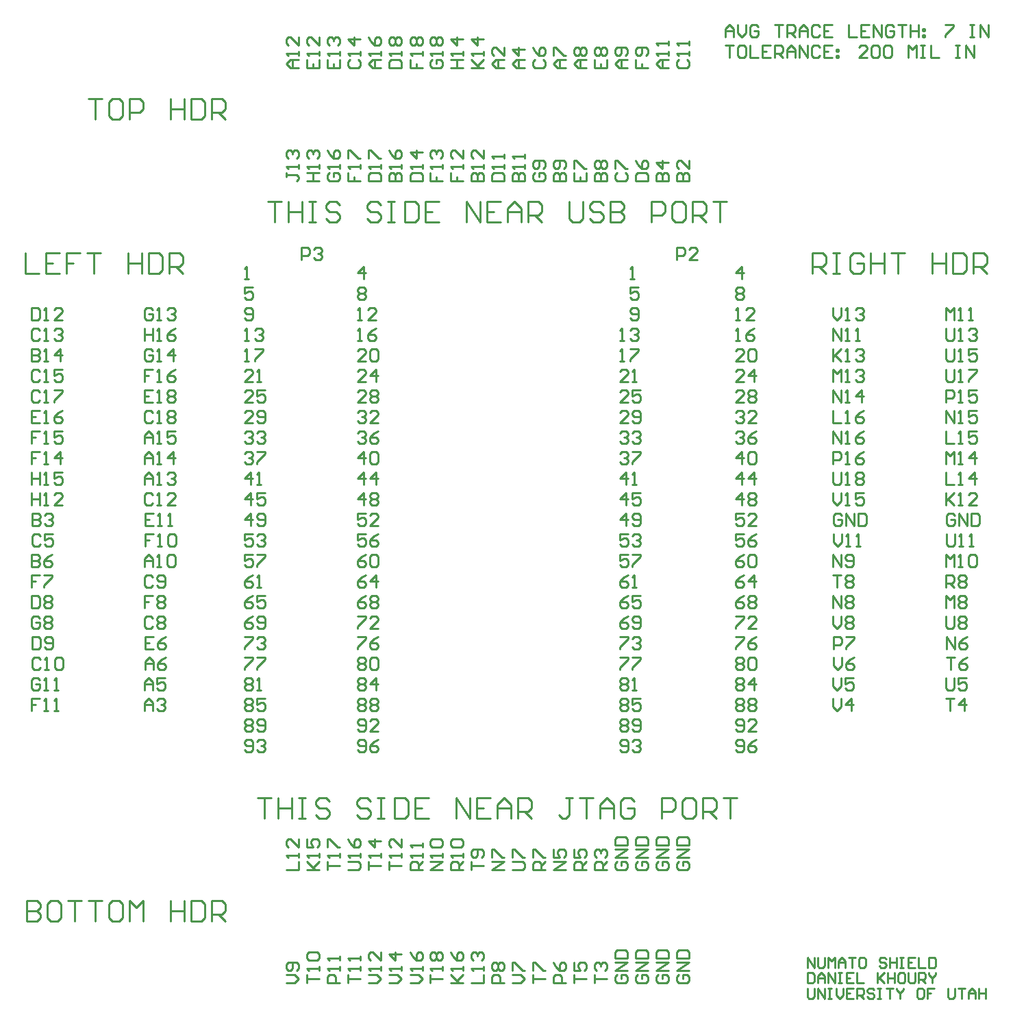
<source format=gto>
%FSLAX25Y25*%
%MOIN*%
G70*
G01*
G75*
G04 Layer_Color=65535*
%ADD10C,0.00800*%
%ADD11C,0.07000*%
%ADD12C,0.05000*%
%ADD13C,0.01000*%
D13*
X153720Y371900D02*
Y377898D01*
X156720D01*
X157719Y376898D01*
Y374899D01*
X156720Y373899D01*
X153720D01*
X159719Y376898D02*
X160718Y377898D01*
X162718D01*
X163717Y376898D01*
Y375899D01*
X162718Y374899D01*
X161718D01*
X162718D01*
X163717Y373899D01*
Y372900D01*
X162718Y371900D01*
X160718D01*
X159719Y372900D01*
X336280Y371900D02*
Y377898D01*
X339279D01*
X340278Y376898D01*
Y374899D01*
X339279Y373899D01*
X336280D01*
X346276Y371900D02*
X342278D01*
X346276Y375899D01*
Y376898D01*
X345277Y377898D01*
X343277D01*
X342278Y376898D01*
X19300Y374997D02*
Y365000D01*
X25964D01*
X35961Y374997D02*
X29297D01*
Y365000D01*
X35961D01*
X29297Y369998D02*
X32629D01*
X45958Y374997D02*
X39294D01*
Y369998D01*
X42626D01*
X39294D01*
Y365000D01*
X49290Y374997D02*
X55955D01*
X52623D01*
Y365000D01*
X69284Y374997D02*
Y365000D01*
Y369998D01*
X75948D01*
Y374997D01*
Y365000D01*
X79281Y374997D02*
Y365000D01*
X84279D01*
X85945Y366666D01*
Y373331D01*
X84279Y374997D01*
X79281D01*
X89277Y365000D02*
Y374997D01*
X94276D01*
X95942Y373331D01*
Y369998D01*
X94276Y368332D01*
X89277D01*
X92610D02*
X95942Y365000D01*
X50000Y449997D02*
X56665D01*
X53332D01*
Y440000D01*
X64995Y449997D02*
X61663D01*
X59997Y448331D01*
Y441666D01*
X61663Y440000D01*
X64995D01*
X66661Y441666D01*
Y448331D01*
X64995Y449997D01*
X69994Y440000D02*
Y449997D01*
X74992D01*
X76658Y448331D01*
Y444998D01*
X74992Y443332D01*
X69994D01*
X89987Y449997D02*
Y440000D01*
Y444998D01*
X96652D01*
Y449997D01*
Y440000D01*
X99984Y449997D02*
Y440000D01*
X104982D01*
X106648Y441666D01*
Y448331D01*
X104982Y449997D01*
X99984D01*
X109981Y440000D02*
Y449997D01*
X114979D01*
X116645Y448331D01*
Y444998D01*
X114979Y443332D01*
X109981D01*
X113313D02*
X116645Y440000D01*
X20000Y59997D02*
Y50000D01*
X24998D01*
X26665Y51666D01*
Y53332D01*
X24998Y54998D01*
X20000D01*
X24998D01*
X26665Y56665D01*
Y58331D01*
X24998Y59997D01*
X20000D01*
X34995D02*
X31663D01*
X29997Y58331D01*
Y51666D01*
X31663Y50000D01*
X34995D01*
X36661Y51666D01*
Y58331D01*
X34995Y59997D01*
X39994D02*
X46658D01*
X43326D01*
Y50000D01*
X49990Y59997D02*
X56655D01*
X53323D01*
Y50000D01*
X64986Y59997D02*
X61653D01*
X59987Y58331D01*
Y51666D01*
X61653Y50000D01*
X64986D01*
X66652Y51666D01*
Y58331D01*
X64986Y59997D01*
X69984Y50000D02*
Y59997D01*
X73316Y56665D01*
X76648Y59997D01*
Y50000D01*
X89977Y59997D02*
Y50000D01*
Y54998D01*
X96642D01*
Y59997D01*
Y50000D01*
X99974Y59997D02*
Y50000D01*
X104973D01*
X106639Y51666D01*
Y58331D01*
X104973Y59997D01*
X99974D01*
X109971Y50000D02*
Y59997D01*
X114969D01*
X116635Y58331D01*
Y54998D01*
X114969Y53332D01*
X109971D01*
X113303D02*
X116635Y50000D01*
X402500Y365000D02*
Y374997D01*
X407498D01*
X409164Y373331D01*
Y369998D01*
X407498Y368332D01*
X402500D01*
X405832D02*
X409164Y365000D01*
X412497Y374997D02*
X415829D01*
X414163D01*
Y365000D01*
X412497D01*
X415829D01*
X427492Y373331D02*
X425826Y374997D01*
X422494D01*
X420827Y373331D01*
Y366666D01*
X422494Y365000D01*
X425826D01*
X427492Y366666D01*
Y369998D01*
X424160D01*
X430824Y374997D02*
Y365000D01*
Y369998D01*
X437489D01*
Y374997D01*
Y365000D01*
X440821Y374997D02*
X447485D01*
X444153D01*
Y365000D01*
X460815Y374997D02*
Y365000D01*
Y369998D01*
X467479D01*
Y374997D01*
Y365000D01*
X470811Y374997D02*
Y365000D01*
X475810D01*
X477476Y366666D01*
Y373331D01*
X475810Y374997D01*
X470811D01*
X480808Y365000D02*
Y374997D01*
X485806D01*
X487472Y373331D01*
Y369998D01*
X485806Y368332D01*
X480808D01*
X484140D02*
X487472Y365000D01*
X336502Y410000D02*
X342500D01*
Y412999D01*
X341500Y413999D01*
X340501D01*
X339501Y412999D01*
Y410000D01*
Y412999D01*
X338501Y413999D01*
X337502D01*
X336502Y412999D01*
Y410000D01*
X342500Y419997D02*
Y415998D01*
X338501Y419997D01*
X337502D01*
X336502Y418997D01*
Y416998D01*
X337502Y415998D01*
X176502Y413999D02*
Y410000D01*
X179501D01*
Y411999D01*
Y410000D01*
X182500D01*
Y415998D02*
Y417997D01*
Y416998D01*
X176502D01*
X177502Y415998D01*
X176502Y420996D02*
Y424995D01*
X177502D01*
X181500Y420996D01*
X182500D01*
X276502Y410000D02*
X282500D01*
Y412999D01*
X281500Y413999D01*
X280501D01*
X279501Y412999D01*
Y410000D01*
Y412999D01*
X278501Y413999D01*
X277502D01*
X276502Y412999D01*
Y410000D01*
X281500Y415998D02*
X282500Y416998D01*
Y418997D01*
X281500Y419997D01*
X277502D01*
X276502Y418997D01*
Y416998D01*
X277502Y415998D01*
X278501D01*
X279501Y416998D01*
Y419997D01*
X316502Y410100D02*
X322500D01*
Y413099D01*
X321500Y414099D01*
X317502D01*
X316502Y413099D01*
Y410100D01*
Y420097D02*
X317502Y418097D01*
X319501Y416098D01*
X321500D01*
X322500Y417098D01*
Y419097D01*
X321500Y420097D01*
X320501D01*
X319501Y419097D01*
Y416098D01*
X307502Y414099D02*
X306502Y413099D01*
Y411100D01*
X307502Y410100D01*
X311500D01*
X312500Y411100D01*
Y413099D01*
X311500Y414099D01*
X306502Y416098D02*
Y420097D01*
X307502D01*
X311500Y416098D01*
X312500D01*
X296502Y410000D02*
X302500D01*
Y412999D01*
X301500Y413999D01*
X300501D01*
X299501Y412999D01*
Y410000D01*
Y412999D01*
X298501Y413999D01*
X297502D01*
X296502Y412999D01*
Y410000D01*
X297502Y415998D02*
X296502Y416998D01*
Y418997D01*
X297502Y419997D01*
X298501D01*
X299501Y418997D01*
X300501Y419997D01*
X301500D01*
X302500Y418997D01*
Y416998D01*
X301500Y415998D01*
X300501D01*
X299501Y416998D01*
X298501Y415998D01*
X297502D01*
X299501Y416998D02*
Y418997D01*
X286502Y413999D02*
Y410000D01*
X292500D01*
Y413999D01*
X289501Y410000D02*
Y411999D01*
X286502Y415998D02*
Y419997D01*
X287502D01*
X291500Y415998D01*
X292500D01*
X326502Y410000D02*
X332500D01*
Y412999D01*
X331500Y413999D01*
X330501D01*
X329501Y412999D01*
Y410000D01*
Y412999D01*
X328501Y413999D01*
X327502D01*
X326502Y412999D01*
Y410000D01*
X332500Y418997D02*
X326502D01*
X329501Y415998D01*
Y419997D01*
X267502Y413999D02*
X266502Y412999D01*
Y411000D01*
X267502Y410000D01*
X271500D01*
X272500Y411000D01*
Y412999D01*
X271500Y413999D01*
X269501D01*
Y411999D01*
X271500Y415998D02*
X272500Y416998D01*
Y418997D01*
X271500Y419997D01*
X267502D01*
X266502Y418997D01*
Y416998D01*
X267502Y415998D01*
X268501D01*
X269501Y416998D01*
Y419997D01*
X226502Y413999D02*
Y410000D01*
X229501D01*
Y411999D01*
Y410000D01*
X232500D01*
Y415998D02*
Y417997D01*
Y416998D01*
X226502D01*
X227502Y415998D01*
X232500Y424995D02*
Y420996D01*
X228501Y424995D01*
X227502D01*
X226502Y423995D01*
Y421996D01*
X227502Y420996D01*
X236502Y410000D02*
X242500D01*
Y412999D01*
X241500Y413999D01*
X240501D01*
X239501Y412999D01*
Y410000D01*
Y412999D01*
X238501Y413999D01*
X237502D01*
X236502Y412999D01*
Y410000D01*
X242500Y415998D02*
Y417997D01*
Y416998D01*
X236502D01*
X237502Y415998D01*
X242500Y424995D02*
Y420996D01*
X238501Y424995D01*
X237502D01*
X236502Y423995D01*
Y421996D01*
X237502Y420996D01*
X246502Y410100D02*
X252500D01*
Y413099D01*
X251500Y414099D01*
X247502D01*
X246502Y413099D01*
Y410100D01*
X252500Y416098D02*
Y418097D01*
Y417098D01*
X246502D01*
X247502Y416098D01*
X252500Y421096D02*
Y423096D01*
Y422096D01*
X246502D01*
X247502Y421096D01*
X256502Y410100D02*
X262500D01*
Y413099D01*
X261500Y414099D01*
X260501D01*
X259501Y413099D01*
Y410100D01*
Y413099D01*
X258501Y414099D01*
X257502D01*
X256502Y413099D01*
Y410100D01*
X262500Y416098D02*
Y418097D01*
Y417098D01*
X256502D01*
X257502Y416098D01*
X262500Y421096D02*
Y423096D01*
Y422096D01*
X256502D01*
X257502Y421096D01*
X186502Y410000D02*
X192500D01*
Y412999D01*
X191500Y413999D01*
X187502D01*
X186502Y412999D01*
Y410000D01*
X192500Y415998D02*
Y417997D01*
Y416998D01*
X186502D01*
X187502Y415998D01*
X186502Y420996D02*
Y424995D01*
X187502D01*
X191500Y420996D01*
X192500D01*
X196502Y410000D02*
X202500D01*
Y412999D01*
X201500Y413999D01*
X200501D01*
X199501Y412999D01*
Y410000D01*
Y412999D01*
X198501Y413999D01*
X197502D01*
X196502Y412999D01*
Y410000D01*
X202500Y415998D02*
Y417997D01*
Y416998D01*
X196502D01*
X197502Y415998D01*
X196502Y424995D02*
X197502Y422996D01*
X199501Y420996D01*
X201500D01*
X202500Y421996D01*
Y423995D01*
X201500Y424995D01*
X200501D01*
X199501Y423995D01*
Y420996D01*
X206602Y410000D02*
X212600D01*
Y412999D01*
X211600Y413999D01*
X207602D01*
X206602Y412999D01*
Y410000D01*
X212600Y415998D02*
Y417997D01*
Y416998D01*
X206602D01*
X207602Y415998D01*
X212600Y423995D02*
X206602D01*
X209601Y420996D01*
Y424995D01*
X216502Y413999D02*
Y410000D01*
X219501D01*
Y411999D01*
Y410000D01*
X222500D01*
Y415998D02*
Y417997D01*
Y416998D01*
X216502D01*
X217502Y415998D01*
Y420996D02*
X216502Y421996D01*
Y423995D01*
X217502Y424995D01*
X218501D01*
X219501Y423995D01*
Y422996D01*
Y423995D01*
X220501Y424995D01*
X221500D01*
X222500Y423995D01*
Y421996D01*
X221500Y420996D01*
X167502Y413999D02*
X166502Y412999D01*
Y411000D01*
X167502Y410000D01*
X171500D01*
X172500Y411000D01*
Y412999D01*
X171500Y413999D01*
X169501D01*
Y411999D01*
X172500Y415998D02*
Y417997D01*
Y416998D01*
X166502D01*
X167502Y415998D01*
X166502Y424995D02*
X167502Y422996D01*
X169501Y420996D01*
X171500D01*
X172500Y421996D01*
Y423995D01*
X171500Y424995D01*
X170501D01*
X169501Y423995D01*
Y420996D01*
X156502Y410000D02*
X162500D01*
X159501D01*
Y413999D01*
X156502D01*
X162500D01*
Y415998D02*
Y417997D01*
Y416998D01*
X156502D01*
X157502Y415998D01*
Y420996D02*
X156502Y421996D01*
Y423995D01*
X157502Y424995D01*
X158501D01*
X159501Y423995D01*
Y422996D01*
Y423995D01*
X160501Y424995D01*
X161500D01*
X162500Y423995D01*
Y421996D01*
X161500Y420996D01*
X146502Y413999D02*
Y411999D01*
Y412999D01*
X151500D01*
X152500Y411999D01*
Y411000D01*
X151500Y410000D01*
X152500Y415998D02*
Y417997D01*
Y416998D01*
X146502D01*
X147502Y415998D01*
Y420996D02*
X146502Y421996D01*
Y423995D01*
X147502Y424995D01*
X148501D01*
X149501Y423995D01*
Y422996D01*
Y423995D01*
X150501Y424995D01*
X151500D01*
X152500Y423995D01*
Y421996D01*
X151500Y420996D01*
X152500Y465000D02*
X148501D01*
X146502Y466999D01*
X148501Y468999D01*
X152500D01*
X149501D01*
Y465000D01*
X152500Y470998D02*
Y472997D01*
Y471998D01*
X146502D01*
X147502Y470998D01*
X152500Y479995D02*
Y475996D01*
X148501Y479995D01*
X147502D01*
X146502Y478996D01*
Y476996D01*
X147502Y475996D01*
X156502Y468999D02*
Y465000D01*
X162500D01*
Y468999D01*
X159501Y465000D02*
Y466999D01*
X162500Y470998D02*
Y472997D01*
Y471998D01*
X156502D01*
X157502Y470998D01*
X162500Y479995D02*
Y475996D01*
X158501Y479995D01*
X157502D01*
X156502Y478996D01*
Y476996D01*
X157502Y475996D01*
X166502Y468999D02*
Y465000D01*
X172500D01*
Y468999D01*
X169501Y465000D02*
Y466999D01*
X172500Y470998D02*
Y472997D01*
Y471998D01*
X166502D01*
X167502Y470998D01*
Y475996D02*
X166502Y476996D01*
Y478996D01*
X167502Y479995D01*
X168501D01*
X169501Y478996D01*
Y477996D01*
Y478996D01*
X170501Y479995D01*
X171500D01*
X172500Y478996D01*
Y476996D01*
X171500Y475996D01*
X217502Y468999D02*
X216502Y467999D01*
Y466000D01*
X217502Y465000D01*
X221500D01*
X222500Y466000D01*
Y467999D01*
X221500Y468999D01*
X219501D01*
Y466999D01*
X222500Y470998D02*
Y472997D01*
Y471998D01*
X216502D01*
X217502Y470998D01*
Y475996D02*
X216502Y476996D01*
Y478996D01*
X217502Y479995D01*
X218501D01*
X219501Y478996D01*
X220501Y479995D01*
X221500D01*
X222500Y478996D01*
Y476996D01*
X221500Y475996D01*
X220501D01*
X219501Y476996D01*
X218501Y475996D01*
X217502D01*
X219501Y476996D02*
Y478996D01*
X206602Y468999D02*
Y465000D01*
X209601D01*
Y466999D01*
Y465000D01*
X212600D01*
Y470998D02*
Y472997D01*
Y471998D01*
X206602D01*
X207602Y470998D01*
Y475996D02*
X206602Y476996D01*
Y478996D01*
X207602Y479995D01*
X208601D01*
X209601Y478996D01*
X210601Y479995D01*
X211600D01*
X212600Y478996D01*
Y476996D01*
X211600Y475996D01*
X210601D01*
X209601Y476996D01*
X208601Y475996D01*
X207602D01*
X209601Y476996D02*
Y478996D01*
X196502Y465000D02*
X202500D01*
Y467999D01*
X201500Y468999D01*
X197502D01*
X196502Y467999D01*
Y465000D01*
X202500Y470998D02*
Y472997D01*
Y471998D01*
X196502D01*
X197502Y470998D01*
Y475996D02*
X196502Y476996D01*
Y478996D01*
X197502Y479995D01*
X198501D01*
X199501Y478996D01*
X200501Y479995D01*
X201500D01*
X202500Y478996D01*
Y476996D01*
X201500Y475996D01*
X200501D01*
X199501Y476996D01*
X198501Y475996D01*
X197502D01*
X199501Y476996D02*
Y478996D01*
X192500Y465000D02*
X188501D01*
X186502Y466999D01*
X188501Y468999D01*
X192500D01*
X189501D01*
Y465000D01*
X192500Y470998D02*
Y472997D01*
Y471998D01*
X186502D01*
X187502Y470998D01*
X186502Y479995D02*
X187502Y477996D01*
X189501Y475996D01*
X191500D01*
X192500Y476996D01*
Y478996D01*
X191500Y479995D01*
X190501D01*
X189501Y478996D01*
Y475996D01*
X262500Y465100D02*
X258501D01*
X256502Y467099D01*
X258501Y469099D01*
X262500D01*
X259501D01*
Y465100D01*
X262500Y474097D02*
X256502D01*
X259501Y471098D01*
Y475097D01*
X252500Y465100D02*
X248501D01*
X246502Y467099D01*
X248501Y469099D01*
X252500D01*
X249501D01*
Y465100D01*
X252500Y475097D02*
Y471098D01*
X248501Y475097D01*
X247502D01*
X246502Y474097D01*
Y472098D01*
X247502Y471098D01*
X236502Y465000D02*
X242500D01*
X240501D01*
X236502Y468999D01*
X239501Y466000D01*
X242500Y468999D01*
Y470998D02*
Y472997D01*
Y471998D01*
X236502D01*
X237502Y470998D01*
X242500Y478996D02*
X236502D01*
X239501Y475996D01*
Y479995D01*
X226502Y465000D02*
X232500D01*
X229501D01*
Y468999D01*
X226502D01*
X232500D01*
Y470998D02*
Y472997D01*
Y471998D01*
X226502D01*
X227502Y470998D01*
X232500Y478996D02*
X226502D01*
X229501Y475996D01*
Y479995D01*
X267502Y468999D02*
X266502Y467999D01*
Y466000D01*
X267502Y465000D01*
X271500D01*
X272500Y466000D01*
Y467999D01*
X271500Y468999D01*
X266502Y474997D02*
X267502Y472997D01*
X269501Y470998D01*
X271500D01*
X272500Y471998D01*
Y473997D01*
X271500Y474997D01*
X270501D01*
X269501Y473997D01*
Y470998D01*
X332500Y465000D02*
X328501D01*
X326502Y466999D01*
X328501Y468999D01*
X332500D01*
X329501D01*
Y465000D01*
X332500Y470998D02*
Y472997D01*
Y471998D01*
X326502D01*
X327502Y470998D01*
X332500Y475996D02*
Y477996D01*
Y476996D01*
X326502D01*
X327502Y475996D01*
X292500Y465000D02*
X288501D01*
X286502Y466999D01*
X288501Y468999D01*
X292500D01*
X289501D01*
Y465000D01*
X287502Y470998D02*
X286502Y471998D01*
Y473997D01*
X287502Y474997D01*
X288501D01*
X289501Y473997D01*
X290501Y474997D01*
X291500D01*
X292500Y473997D01*
Y471998D01*
X291500Y470998D01*
X290501D01*
X289501Y471998D01*
X288501Y470998D01*
X287502D01*
X289501Y471998D02*
Y473997D01*
X296502Y468999D02*
Y465000D01*
X302500D01*
Y468999D01*
X299501Y465000D02*
Y466999D01*
X297502Y470998D02*
X296502Y471998D01*
Y473997D01*
X297502Y474997D01*
X298501D01*
X299501Y473997D01*
X300501Y474997D01*
X301500D01*
X302500Y473997D01*
Y471998D01*
X301500Y470998D01*
X300501D01*
X299501Y471998D01*
X298501Y470998D01*
X297502D01*
X299501Y471998D02*
Y473997D01*
X312500Y465100D02*
X308501D01*
X306502Y467099D01*
X308501Y469099D01*
X312500D01*
X309501D01*
Y465100D01*
X311500Y471098D02*
X312500Y472098D01*
Y474097D01*
X311500Y475097D01*
X307502D01*
X306502Y474097D01*
Y472098D01*
X307502Y471098D01*
X308501D01*
X309501Y472098D01*
Y475097D01*
X316502Y469099D02*
Y465100D01*
X319501D01*
Y467099D01*
Y465100D01*
X322500D01*
X321500Y471098D02*
X322500Y472098D01*
Y474097D01*
X321500Y475097D01*
X317502D01*
X316502Y474097D01*
Y472098D01*
X317502Y471098D01*
X318501D01*
X319501Y472098D01*
Y475097D01*
X282500Y465000D02*
X278501D01*
X276502Y466999D01*
X278501Y468999D01*
X282500D01*
X279501D01*
Y465000D01*
X276502Y470998D02*
Y474997D01*
X277502D01*
X281500Y470998D01*
X282500D01*
X177502Y468999D02*
X176502Y467999D01*
Y466000D01*
X177502Y465000D01*
X181500D01*
X182500Y466000D01*
Y467999D01*
X181500Y468999D01*
X182500Y470998D02*
Y472997D01*
Y471998D01*
X176502D01*
X177502Y470998D01*
X182500Y478996D02*
X176502D01*
X179501Y475996D01*
Y479995D01*
X337502Y468999D02*
X336502Y467999D01*
Y466000D01*
X337502Y465000D01*
X341500D01*
X342500Y466000D01*
Y467999D01*
X341500Y468999D01*
X342500Y470998D02*
Y472997D01*
Y471998D01*
X336502D01*
X337502Y470998D01*
X342500Y475996D02*
Y477996D01*
Y476996D01*
X336502D01*
X337502Y475996D01*
Y23999D02*
X336502Y22999D01*
Y21000D01*
X337502Y20000D01*
X341500D01*
X342500Y21000D01*
Y22999D01*
X341500Y23999D01*
X339501D01*
Y21999D01*
X342500Y25998D02*
X336502D01*
X342500Y29997D01*
X336502D01*
Y31996D02*
X342500D01*
Y34995D01*
X341500Y35995D01*
X337502D01*
X336502Y34995D01*
Y31996D01*
X176502Y20000D02*
Y23999D01*
Y21999D01*
X182500D01*
Y25998D02*
Y27997D01*
Y26998D01*
X176502D01*
X177502Y25998D01*
X182500Y30996D02*
Y32996D01*
Y31996D01*
X176502D01*
X177502Y30996D01*
X282500Y20000D02*
X276502D01*
Y22999D01*
X277502Y23999D01*
X279501D01*
X280501Y22999D01*
Y20000D01*
X276502Y29997D02*
X277502Y27997D01*
X279501Y25998D01*
X281500D01*
X282500Y26998D01*
Y28997D01*
X281500Y29997D01*
X280501D01*
X279501Y28997D01*
Y25998D01*
X317502Y24099D02*
X316502Y23099D01*
Y21100D01*
X317502Y20100D01*
X321500D01*
X322500Y21100D01*
Y23099D01*
X321500Y24099D01*
X319501D01*
Y22099D01*
X322500Y26098D02*
X316502D01*
X322500Y30097D01*
X316502D01*
Y32096D02*
X322500D01*
Y35095D01*
X321500Y36095D01*
X317502D01*
X316502Y35095D01*
Y32096D01*
X307502Y24099D02*
X306502Y23099D01*
Y21100D01*
X307502Y20100D01*
X311500D01*
X312500Y21100D01*
Y23099D01*
X311500Y24099D01*
X309501D01*
Y22099D01*
X312500Y26098D02*
X306502D01*
X312500Y30097D01*
X306502D01*
Y32096D02*
X312500D01*
Y35095D01*
X311500Y36095D01*
X307502D01*
X306502Y35095D01*
Y32096D01*
X296502Y20000D02*
Y23999D01*
Y21999D01*
X302500D01*
X297502Y25998D02*
X296502Y26998D01*
Y28997D01*
X297502Y29997D01*
X298501D01*
X299501Y28997D01*
Y27997D01*
Y28997D01*
X300501Y29997D01*
X301500D01*
X302500Y28997D01*
Y26998D01*
X301500Y25998D01*
X286502Y20000D02*
Y23999D01*
Y21999D01*
X292500D01*
X286502Y29997D02*
Y25998D01*
X289501D01*
X288501Y27997D01*
Y28997D01*
X289501Y29997D01*
X291500D01*
X292500Y28997D01*
Y26998D01*
X291500Y25998D01*
X327502Y23999D02*
X326502Y22999D01*
Y21000D01*
X327502Y20000D01*
X331500D01*
X332500Y21000D01*
Y22999D01*
X331500Y23999D01*
X329501D01*
Y21999D01*
X332500Y25998D02*
X326502D01*
X332500Y29997D01*
X326502D01*
Y31996D02*
X332500D01*
Y34995D01*
X331500Y35995D01*
X327502D01*
X326502Y34995D01*
Y31996D01*
X266502Y20000D02*
Y23999D01*
Y21999D01*
X272500D01*
X266502Y25998D02*
Y29997D01*
X267502D01*
X271500Y25998D01*
X272500D01*
X226502Y20000D02*
X232500D01*
X230501D01*
X226502Y23999D01*
X229501Y21000D01*
X232500Y23999D01*
Y25998D02*
Y27997D01*
Y26998D01*
X226502D01*
X227502Y25998D01*
X226502Y34995D02*
X227502Y32996D01*
X229501Y30996D01*
X231500D01*
X232500Y31996D01*
Y33996D01*
X231500Y34995D01*
X230501D01*
X229501Y33996D01*
Y30996D01*
X236502Y20000D02*
X242500D01*
Y23999D01*
Y25998D02*
Y27997D01*
Y26998D01*
X236502D01*
X237502Y25998D01*
Y30996D02*
X236502Y31996D01*
Y33996D01*
X237502Y34995D01*
X238501D01*
X239501Y33996D01*
Y32996D01*
Y33996D01*
X240501Y34995D01*
X241500D01*
X242500Y33996D01*
Y31996D01*
X241500Y30996D01*
X252500Y20100D02*
X246502D01*
Y23099D01*
X247502Y24099D01*
X249501D01*
X250501Y23099D01*
Y20100D01*
X247502Y26098D02*
X246502Y27098D01*
Y29097D01*
X247502Y30097D01*
X248501D01*
X249501Y29097D01*
X250501Y30097D01*
X251500D01*
X252500Y29097D01*
Y27098D01*
X251500Y26098D01*
X250501D01*
X249501Y27098D01*
X248501Y26098D01*
X247502D01*
X249501Y27098D02*
Y29097D01*
X256502Y20100D02*
X260501D01*
X262500Y22099D01*
X260501Y24099D01*
X256502D01*
Y26098D02*
Y30097D01*
X257502D01*
X261500Y26098D01*
X262500D01*
X186502Y20000D02*
X190501D01*
X192500Y21999D01*
X190501Y23999D01*
X186502D01*
X192500Y25998D02*
Y27997D01*
Y26998D01*
X186502D01*
X187502Y25998D01*
X192500Y34995D02*
Y30996D01*
X188501Y34995D01*
X187502D01*
X186502Y33996D01*
Y31996D01*
X187502Y30996D01*
X196502Y20000D02*
X200501D01*
X202500Y21999D01*
X200501Y23999D01*
X196502D01*
X202500Y25998D02*
Y27997D01*
Y26998D01*
X196502D01*
X197502Y25998D01*
X202500Y33996D02*
X196502D01*
X199501Y30996D01*
Y34995D01*
X206602Y20000D02*
X210601D01*
X212600Y21999D01*
X210601Y23999D01*
X206602D01*
X212600Y25998D02*
Y27997D01*
Y26998D01*
X206602D01*
X207602Y25998D01*
X206602Y34995D02*
X207602Y32996D01*
X209601Y30996D01*
X211600D01*
X212600Y31996D01*
Y33996D01*
X211600Y34995D01*
X210601D01*
X209601Y33996D01*
Y30996D01*
X216502Y20000D02*
Y23999D01*
Y21999D01*
X222500D01*
Y25998D02*
Y27997D01*
Y26998D01*
X216502D01*
X217502Y25998D01*
Y30996D02*
X216502Y31996D01*
Y33996D01*
X217502Y34995D01*
X218501D01*
X219501Y33996D01*
X220501Y34995D01*
X221500D01*
X222500Y33996D01*
Y31996D01*
X221500Y30996D01*
X220501D01*
X219501Y31996D01*
X218501Y30996D01*
X217502D01*
X219501Y31996D02*
Y33996D01*
X172500Y20000D02*
X166502D01*
Y22999D01*
X167502Y23999D01*
X169501D01*
X170501Y22999D01*
Y20000D01*
X172500Y25998D02*
Y27997D01*
Y26998D01*
X166502D01*
X167502Y25998D01*
X172500Y30996D02*
Y32996D01*
Y31996D01*
X166502D01*
X167502Y30996D01*
X156502Y20000D02*
Y23999D01*
Y21999D01*
X162500D01*
Y25998D02*
Y27997D01*
Y26998D01*
X156502D01*
X157502Y25998D01*
Y30996D02*
X156502Y31996D01*
Y33996D01*
X157502Y34995D01*
X161500D01*
X162500Y33996D01*
Y31996D01*
X161500Y30996D01*
X157502D01*
X146502Y20000D02*
X150501D01*
X152500Y21999D01*
X150501Y23999D01*
X146502D01*
X151500Y25998D02*
X152500Y26998D01*
Y28997D01*
X151500Y29997D01*
X147502D01*
X146502Y28997D01*
Y26998D01*
X147502Y25998D01*
X148501D01*
X149501Y26998D01*
Y29997D01*
X146502Y75000D02*
X152500D01*
Y78999D01*
Y80998D02*
Y82997D01*
Y81998D01*
X146502D01*
X147502Y80998D01*
X152500Y89995D02*
Y85996D01*
X148501Y89995D01*
X147502D01*
X146502Y88995D01*
Y86996D01*
X147502Y85996D01*
X156502Y75000D02*
X162500D01*
X160501D01*
X156502Y78999D01*
X159501Y76000D01*
X162500Y78999D01*
Y80998D02*
Y82997D01*
Y81998D01*
X156502D01*
X157502Y80998D01*
X156502Y89995D02*
Y85996D01*
X159501D01*
X158501Y87996D01*
Y88995D01*
X159501Y89995D01*
X161500D01*
X162500Y88995D01*
Y86996D01*
X161500Y85996D01*
X166502Y75000D02*
Y78999D01*
Y76999D01*
X172500D01*
Y80998D02*
Y82997D01*
Y81998D01*
X166502D01*
X167502Y80998D01*
X166502Y85996D02*
Y89995D01*
X167502D01*
X171500Y85996D01*
X172500D01*
X222500Y75000D02*
X216502D01*
X222500Y78999D01*
X216502D01*
X222500Y80998D02*
Y82997D01*
Y81998D01*
X216502D01*
X217502Y80998D01*
Y85996D02*
X216502Y86996D01*
Y88995D01*
X217502Y89995D01*
X221500D01*
X222500Y88995D01*
Y86996D01*
X221500Y85996D01*
X217502D01*
X212600Y75000D02*
X206602D01*
Y77999D01*
X207602Y78999D01*
X209601D01*
X210601Y77999D01*
Y75000D01*
Y76999D02*
X212600Y78999D01*
Y80998D02*
Y82997D01*
Y81998D01*
X206602D01*
X207602Y80998D01*
X212600Y85996D02*
Y87996D01*
Y86996D01*
X206602D01*
X207602Y85996D01*
X196502Y75000D02*
Y78999D01*
Y76999D01*
X202500D01*
Y80998D02*
Y82997D01*
Y81998D01*
X196502D01*
X197502Y80998D01*
X202500Y89995D02*
Y85996D01*
X198501Y89995D01*
X197502D01*
X196502Y88995D01*
Y86996D01*
X197502Y85996D01*
X186502Y75000D02*
Y78999D01*
Y76999D01*
X192500D01*
Y80998D02*
Y82997D01*
Y81998D01*
X186502D01*
X187502Y80998D01*
X192500Y88995D02*
X186502D01*
X189501Y85996D01*
Y89995D01*
X256502Y75100D02*
X261500D01*
X262500Y76100D01*
Y78099D01*
X261500Y79099D01*
X256502D01*
Y81098D02*
Y85097D01*
X257502D01*
X261500Y81098D01*
X262500D01*
X252500Y75100D02*
X246502D01*
X252500Y79099D01*
X246502D01*
Y81098D02*
Y85097D01*
X247502D01*
X251500Y81098D01*
X252500D01*
X236502Y75000D02*
Y78999D01*
Y76999D01*
X242500D01*
X241500Y80998D02*
X242500Y81998D01*
Y83997D01*
X241500Y84997D01*
X237502D01*
X236502Y83997D01*
Y81998D01*
X237502Y80998D01*
X238501D01*
X239501Y81998D01*
Y84997D01*
X232500Y75000D02*
X226502D01*
Y77999D01*
X227502Y78999D01*
X229501D01*
X230501Y77999D01*
Y75000D01*
Y76999D02*
X232500Y78999D01*
Y80998D02*
Y82997D01*
Y81998D01*
X226502D01*
X227502Y80998D01*
Y85996D02*
X226502Y86996D01*
Y88995D01*
X227502Y89995D01*
X231500D01*
X232500Y88995D01*
Y86996D01*
X231500Y85996D01*
X227502D01*
X272500Y75000D02*
X266502D01*
Y77999D01*
X267502Y78999D01*
X269501D01*
X270501Y77999D01*
Y75000D01*
Y76999D02*
X272500Y78999D01*
X266502Y80998D02*
Y84997D01*
X267502D01*
X271500Y80998D01*
X272500D01*
X327502Y78999D02*
X326502Y77999D01*
Y76000D01*
X327502Y75000D01*
X331500D01*
X332500Y76000D01*
Y77999D01*
X331500Y78999D01*
X329501D01*
Y76999D01*
X332500Y80998D02*
X326502D01*
X332500Y84997D01*
X326502D01*
Y86996D02*
X332500D01*
Y89995D01*
X331500Y90995D01*
X327502D01*
X326502Y89995D01*
Y86996D01*
X292500Y75000D02*
X286502D01*
Y77999D01*
X287502Y78999D01*
X289501D01*
X290501Y77999D01*
Y75000D01*
Y76999D02*
X292500Y78999D01*
X286502Y84997D02*
Y80998D01*
X289501D01*
X288501Y82997D01*
Y83997D01*
X289501Y84997D01*
X291500D01*
X292500Y83997D01*
Y81998D01*
X291500Y80998D01*
X302500Y75000D02*
X296502D01*
Y77999D01*
X297502Y78999D01*
X299501D01*
X300501Y77999D01*
Y75000D01*
Y76999D02*
X302500Y78999D01*
X297502Y80998D02*
X296502Y81998D01*
Y83997D01*
X297502Y84997D01*
X298501D01*
X299501Y83997D01*
Y82997D01*
Y83997D01*
X300501Y84997D01*
X301500D01*
X302500Y83997D01*
Y81998D01*
X301500Y80998D01*
X307502Y79099D02*
X306502Y78099D01*
Y76100D01*
X307502Y75100D01*
X311500D01*
X312500Y76100D01*
Y78099D01*
X311500Y79099D01*
X309501D01*
Y77099D01*
X312500Y81098D02*
X306502D01*
X312500Y85097D01*
X306502D01*
Y87096D02*
X312500D01*
Y90095D01*
X311500Y91095D01*
X307502D01*
X306502Y90095D01*
Y87096D01*
X317502Y79099D02*
X316502Y78099D01*
Y76100D01*
X317502Y75100D01*
X321500D01*
X322500Y76100D01*
Y78099D01*
X321500Y79099D01*
X319501D01*
Y77099D01*
X322500Y81098D02*
X316502D01*
X322500Y85097D01*
X316502D01*
Y87096D02*
X322500D01*
Y90095D01*
X321500Y91095D01*
X317502D01*
X316502Y90095D01*
Y87096D01*
X282500Y75000D02*
X276502D01*
X282500Y78999D01*
X276502D01*
Y84997D02*
Y80998D01*
X279501D01*
X278501Y82997D01*
Y83997D01*
X279501Y84997D01*
X281500D01*
X282500Y83997D01*
Y81998D01*
X281500Y80998D01*
X176502Y75000D02*
X181500D01*
X182500Y76000D01*
Y77999D01*
X181500Y78999D01*
X176502D01*
X182500Y80998D02*
Y82997D01*
Y81998D01*
X176502D01*
X177502Y80998D01*
X176502Y89995D02*
X177502Y87996D01*
X179501Y85996D01*
X181500D01*
X182500Y86996D01*
Y88995D01*
X181500Y89995D01*
X180501D01*
X179501Y88995D01*
Y85996D01*
X337502Y78999D02*
X336502Y77999D01*
Y76000D01*
X337502Y75000D01*
X341500D01*
X342500Y76000D01*
Y77999D01*
X341500Y78999D01*
X339501D01*
Y76999D01*
X342500Y80998D02*
X336502D01*
X342500Y84997D01*
X336502D01*
Y86996D02*
X342500D01*
Y89995D01*
X341500Y90995D01*
X337502D01*
X336502Y89995D01*
Y86996D01*
X412500Y158498D02*
Y154499D01*
X414499Y152500D01*
X416499Y154499D01*
Y158498D01*
X421497Y152500D02*
Y158498D01*
X418498Y155499D01*
X422497D01*
X412500Y312500D02*
Y318498D01*
X414499Y316499D01*
X416499Y318498D01*
Y312500D01*
X418498D02*
X420497D01*
X419498D01*
Y318498D01*
X418498Y317498D01*
X423496D02*
X424496Y318498D01*
X426496D01*
X427495Y317498D01*
Y316499D01*
X426496Y315499D01*
X425496D01*
X426496D01*
X427495Y314499D01*
Y313500D01*
X426496Y312500D01*
X424496D01*
X423496Y313500D01*
X412500Y218498D02*
X416499D01*
X414499D01*
Y212500D01*
X418498Y217498D02*
X419498Y218498D01*
X421497D01*
X422497Y217498D01*
Y216499D01*
X421497Y215499D01*
X422497Y214499D01*
Y213500D01*
X421497Y212500D01*
X419498D01*
X418498Y213500D01*
Y214499D01*
X419498Y215499D01*
X418498Y216499D01*
Y217498D01*
X419498Y215499D02*
X421497D01*
X412600Y178498D02*
Y174499D01*
X414599Y172500D01*
X416599Y174499D01*
Y178498D01*
X422597D02*
X420597Y177498D01*
X418598Y175499D01*
Y173500D01*
X419598Y172500D01*
X421597D01*
X422597Y173500D01*
Y174499D01*
X421597Y175499D01*
X418598D01*
X412600Y182500D02*
Y188498D01*
X415599D01*
X416599Y187498D01*
Y185499D01*
X415599Y184499D01*
X412600D01*
X418598Y188498D02*
X422597D01*
Y187498D01*
X418598Y183500D01*
Y182500D01*
X412500Y198498D02*
Y194499D01*
X414499Y192500D01*
X416499Y194499D01*
Y198498D01*
X418498Y197498D02*
X419498Y198498D01*
X421497D01*
X422497Y197498D01*
Y196499D01*
X421497Y195499D01*
X422497Y194499D01*
Y193500D01*
X421497Y192500D01*
X419498D01*
X418498Y193500D01*
Y194499D01*
X419498Y195499D01*
X418498Y196499D01*
Y197498D01*
X419498Y195499D02*
X421497D01*
X412500Y202500D02*
Y208498D01*
X416499Y202500D01*
Y208498D01*
X418498Y207498D02*
X419498Y208498D01*
X421497D01*
X422497Y207498D01*
Y206499D01*
X421497Y205499D01*
X422497Y204499D01*
Y203500D01*
X421497Y202500D01*
X419498D01*
X418498Y203500D01*
Y204499D01*
X419498Y205499D01*
X418498Y206499D01*
Y207498D01*
X419498Y205499D02*
X421497D01*
X412500Y168498D02*
Y164499D01*
X414499Y162500D01*
X416499Y164499D01*
Y168498D01*
X422497D02*
X418498D01*
Y165499D01*
X420497Y166499D01*
X421497D01*
X422497Y165499D01*
Y163500D01*
X421497Y162500D01*
X419498D01*
X418498Y163500D01*
X412500Y222500D02*
Y228498D01*
X416499Y222500D01*
Y228498D01*
X418498Y223500D02*
X419498Y222500D01*
X421497D01*
X422497Y223500D01*
Y227498D01*
X421497Y228498D01*
X419498D01*
X418498Y227498D01*
Y226499D01*
X419498Y225499D01*
X422497D01*
X412500Y268498D02*
Y263500D01*
X413500Y262500D01*
X415499D01*
X416499Y263500D01*
Y268498D01*
X418498Y262500D02*
X420497D01*
X419498D01*
Y268498D01*
X418498Y267498D01*
X423496D02*
X424496Y268498D01*
X426496D01*
X427495Y267498D01*
Y266499D01*
X426496Y265499D01*
X427495Y264499D01*
Y263500D01*
X426496Y262500D01*
X424496D01*
X423496Y263500D01*
Y264499D01*
X424496Y265499D01*
X423496Y266499D01*
Y267498D01*
X424496Y265499D02*
X426496D01*
X412500Y258498D02*
Y254499D01*
X414499Y252500D01*
X416499Y254499D01*
Y258498D01*
X418498Y252500D02*
X420497D01*
X419498D01*
Y258498D01*
X418498Y257498D01*
X427495Y258498D02*
X423496D01*
Y255499D01*
X425496Y256499D01*
X426496D01*
X427495Y255499D01*
Y253500D01*
X426496Y252500D01*
X424496D01*
X423496Y253500D01*
X416599Y247498D02*
X415599Y248498D01*
X413600D01*
X412600Y247498D01*
Y243500D01*
X413600Y242500D01*
X415599D01*
X416599Y243500D01*
Y245499D01*
X414599D01*
X418598Y242500D02*
Y248498D01*
X422597Y242500D01*
Y248498D01*
X424596D02*
Y242500D01*
X427595D01*
X428595Y243500D01*
Y247498D01*
X427595Y248498D01*
X424596D01*
X412600Y238498D02*
Y234499D01*
X414599Y232500D01*
X416599Y234499D01*
Y238498D01*
X418598Y232500D02*
X420597D01*
X419598D01*
Y238498D01*
X418598Y237498D01*
X423596Y232500D02*
X425596D01*
X424596D01*
Y238498D01*
X423596Y237498D01*
X412500Y302500D02*
Y308498D01*
X416499Y302500D01*
Y308498D01*
X418498Y302500D02*
X420497D01*
X419498D01*
Y308498D01*
X418498Y307498D01*
X426496Y302500D02*
Y308498D01*
X423496Y305499D01*
X427495D01*
X412500Y298498D02*
Y292500D01*
X416499D01*
X418498D02*
X420497D01*
X419498D01*
Y298498D01*
X418498Y297498D01*
X427495Y298498D02*
X425496Y297498D01*
X423496Y295499D01*
Y293500D01*
X424496Y292500D01*
X426496D01*
X427495Y293500D01*
Y294499D01*
X426496Y295499D01*
X423496D01*
X412500Y282400D02*
Y288398D01*
X416499Y282400D01*
Y288398D01*
X418498Y282400D02*
X420497D01*
X419498D01*
Y288398D01*
X418498Y287398D01*
X427495Y288398D02*
X425496Y287398D01*
X423496Y285399D01*
Y283400D01*
X424496Y282400D01*
X426496D01*
X427495Y283400D01*
Y284399D01*
X426496Y285399D01*
X423496D01*
X412500Y272500D02*
Y278498D01*
X415499D01*
X416499Y277498D01*
Y275499D01*
X415499Y274499D01*
X412500D01*
X418498Y272500D02*
X420497D01*
X419498D01*
Y278498D01*
X418498Y277498D01*
X427495Y278498D02*
X425496Y277498D01*
X423496Y275499D01*
Y273500D01*
X424496Y272500D01*
X426496D01*
X427495Y273500D01*
Y274499D01*
X426496Y275499D01*
X423496D01*
X412500Y328498D02*
Y322500D01*
Y324499D01*
X416499Y328498D01*
X413500Y325499D01*
X416499Y322500D01*
X418498D02*
X420497D01*
X419498D01*
Y328498D01*
X418498Y327498D01*
X423496D02*
X424496Y328498D01*
X426496D01*
X427495Y327498D01*
Y326499D01*
X426496Y325499D01*
X425496D01*
X426496D01*
X427495Y324499D01*
Y323500D01*
X426496Y322500D01*
X424496D01*
X423496Y323500D01*
X412500Y332500D02*
Y338498D01*
X416499Y332500D01*
Y338498D01*
X418498Y332500D02*
X420497D01*
X419498D01*
Y338498D01*
X418498Y337498D01*
X423496Y332500D02*
X425496D01*
X424496D01*
Y338498D01*
X423496Y337498D01*
X412500Y348498D02*
Y344499D01*
X414499Y342500D01*
X416499Y344499D01*
Y348498D01*
X418498Y342500D02*
X420497D01*
X419498D01*
Y348498D01*
X418498Y347498D01*
X423496D02*
X424496Y348498D01*
X426496D01*
X427495Y347498D01*
Y346499D01*
X426496Y345499D01*
X425496D01*
X426496D01*
X427495Y344499D01*
Y343500D01*
X426496Y342500D01*
X424496D01*
X423496Y343500D01*
X467500Y342500D02*
Y348498D01*
X469499Y346499D01*
X471499Y348498D01*
Y342500D01*
X473498D02*
X475497D01*
X474498D01*
Y348498D01*
X473498Y347498D01*
X478496Y342500D02*
X480496D01*
X479496D01*
Y348498D01*
X478496Y347498D01*
X467500Y338498D02*
Y333500D01*
X468500Y332500D01*
X470499D01*
X471499Y333500D01*
Y338498D01*
X473498Y332500D02*
X475497D01*
X474498D01*
Y338498D01*
X473498Y337498D01*
X478496D02*
X479496Y338498D01*
X481496D01*
X482495Y337498D01*
Y336499D01*
X481496Y335499D01*
X480496D01*
X481496D01*
X482495Y334499D01*
Y333500D01*
X481496Y332500D01*
X479496D01*
X478496Y333500D01*
X467500Y328498D02*
Y323500D01*
X468500Y322500D01*
X470499D01*
X471499Y323500D01*
Y328498D01*
X473498Y322500D02*
X475497D01*
X474498D01*
Y328498D01*
X473498Y327498D01*
X482495Y328498D02*
X478496D01*
Y325499D01*
X480496Y326499D01*
X481496D01*
X482495Y325499D01*
Y323500D01*
X481496Y322500D01*
X479496D01*
X478496Y323500D01*
X467500Y272500D02*
Y278498D01*
X469499Y276499D01*
X471499Y278498D01*
Y272500D01*
X473498D02*
X475497D01*
X474498D01*
Y278498D01*
X473498Y277498D01*
X481496Y272500D02*
Y278498D01*
X478496Y275499D01*
X482495D01*
X467500Y288398D02*
Y282400D01*
X471499D01*
X473498D02*
X475497D01*
X474498D01*
Y288398D01*
X473498Y287398D01*
X482495Y288398D02*
X478496D01*
Y285399D01*
X480496Y286399D01*
X481496D01*
X482495Y285399D01*
Y283400D01*
X481496Y282400D01*
X479496D01*
X478496Y283400D01*
X467500Y292500D02*
Y298498D01*
X471499Y292500D01*
Y298498D01*
X473498Y292500D02*
X475497D01*
X474498D01*
Y298498D01*
X473498Y297498D01*
X482495Y298498D02*
X478496D01*
Y295499D01*
X480496Y296499D01*
X481496D01*
X482495Y295499D01*
Y293500D01*
X481496Y292500D01*
X479496D01*
X478496Y293500D01*
X467500Y302500D02*
Y308498D01*
X470499D01*
X471499Y307498D01*
Y305499D01*
X470499Y304499D01*
X467500D01*
X473498Y302500D02*
X475497D01*
X474498D01*
Y308498D01*
X473498Y307498D01*
X482495Y308498D02*
X478496D01*
Y305499D01*
X480496Y306499D01*
X481496D01*
X482495Y305499D01*
Y303500D01*
X481496Y302500D01*
X479496D01*
X478496Y303500D01*
X467600Y238498D02*
Y233500D01*
X468600Y232500D01*
X470599D01*
X471599Y233500D01*
Y238498D01*
X473598Y232500D02*
X475597D01*
X474598D01*
Y238498D01*
X473598Y237498D01*
X478596Y232500D02*
X480596D01*
X479596D01*
Y238498D01*
X478596Y237498D01*
X471599Y247498D02*
X470599Y248498D01*
X468600D01*
X467600Y247498D01*
Y243500D01*
X468600Y242500D01*
X470599D01*
X471599Y243500D01*
Y245499D01*
X469599D01*
X473598Y242500D02*
Y248498D01*
X477597Y242500D01*
Y248498D01*
X479596D02*
Y242500D01*
X482595D01*
X483595Y243500D01*
Y247498D01*
X482595Y248498D01*
X479596D01*
X467500Y258498D02*
Y252500D01*
Y254499D01*
X471499Y258498D01*
X468500Y255499D01*
X471499Y252500D01*
X473498D02*
X475497D01*
X474498D01*
Y258498D01*
X473498Y257498D01*
X482495Y252500D02*
X478496D01*
X482495Y256499D01*
Y257498D01*
X481496Y258498D01*
X479496D01*
X478496Y257498D01*
X467500Y268498D02*
Y262500D01*
X471499D01*
X473498D02*
X475497D01*
X474498D01*
Y268498D01*
X473498Y267498D01*
X481496Y262500D02*
Y268498D01*
X478496Y265499D01*
X482495D01*
X467500Y222500D02*
Y228498D01*
X469499Y226499D01*
X471499Y228498D01*
Y222500D01*
X473498D02*
X475497D01*
X474498D01*
Y228498D01*
X473498Y227498D01*
X478496D02*
X479496Y228498D01*
X481496D01*
X482495Y227498D01*
Y223500D01*
X481496Y222500D01*
X479496D01*
X478496Y223500D01*
Y227498D01*
X467500Y168498D02*
Y163500D01*
X468500Y162500D01*
X470499D01*
X471499Y163500D01*
Y168498D01*
X477497D02*
X473498D01*
Y165499D01*
X475497Y166499D01*
X476497D01*
X477497Y165499D01*
Y163500D01*
X476497Y162500D01*
X474498D01*
X473498Y163500D01*
X467500Y202500D02*
Y208498D01*
X469499Y206499D01*
X471499Y208498D01*
Y202500D01*
X473498Y207498D02*
X474498Y208498D01*
X476497D01*
X477497Y207498D01*
Y206499D01*
X476497Y205499D01*
X477497Y204499D01*
Y203500D01*
X476497Y202500D01*
X474498D01*
X473498Y203500D01*
Y204499D01*
X474498Y205499D01*
X473498Y206499D01*
Y207498D01*
X474498Y205499D02*
X476497D01*
X467500Y198498D02*
Y193500D01*
X468500Y192500D01*
X470499D01*
X471499Y193500D01*
Y198498D01*
X473498Y197498D02*
X474498Y198498D01*
X476497D01*
X477497Y197498D01*
Y196499D01*
X476497Y195499D01*
X477497Y194499D01*
Y193500D01*
X476497Y192500D01*
X474498D01*
X473498Y193500D01*
Y194499D01*
X474498Y195499D01*
X473498Y196499D01*
Y197498D01*
X474498Y195499D02*
X476497D01*
X467600Y182500D02*
Y188498D01*
X471599Y182500D01*
Y188498D01*
X477597D02*
X475597Y187498D01*
X473598Y185499D01*
Y183500D01*
X474598Y182500D01*
X476597D01*
X477597Y183500D01*
Y184499D01*
X476597Y185499D01*
X473598D01*
X467600Y178498D02*
X471599D01*
X469599D01*
Y172500D01*
X477597Y178498D02*
X475597Y177498D01*
X473598Y175499D01*
Y173500D01*
X474598Y172500D01*
X476597D01*
X477597Y173500D01*
Y174499D01*
X476597Y175499D01*
X473598D01*
X467500Y212500D02*
Y218498D01*
X470499D01*
X471499Y217498D01*
Y215499D01*
X470499Y214499D01*
X467500D01*
X469499D02*
X471499Y212500D01*
X473498Y217498D02*
X474498Y218498D01*
X476497D01*
X477497Y217498D01*
Y216499D01*
X476497Y215499D01*
X477497Y214499D01*
Y213500D01*
X476497Y212500D01*
X474498D01*
X473498Y213500D01*
Y214499D01*
X474498Y215499D01*
X473498Y216499D01*
Y217498D01*
X474498Y215499D02*
X476497D01*
X467500Y318498D02*
Y313500D01*
X468500Y312500D01*
X470499D01*
X471499Y313500D01*
Y318498D01*
X473498Y312500D02*
X475497D01*
X474498D01*
Y318498D01*
X473498Y317498D01*
X478496Y318498D02*
X482495D01*
Y317498D01*
X478496Y313500D01*
Y312500D01*
X467500Y158498D02*
X471499D01*
X469499D01*
Y152500D01*
X476497D02*
Y158498D01*
X473498Y155499D01*
X477497D01*
X77500Y152500D02*
Y156499D01*
X79499Y158498D01*
X81499Y156499D01*
Y152500D01*
Y155499D01*
X77500D01*
X83498Y157498D02*
X84498Y158498D01*
X86497D01*
X87497Y157498D01*
Y156499D01*
X86497Y155499D01*
X85497D01*
X86497D01*
X87497Y154499D01*
Y153500D01*
X86497Y152500D01*
X84498D01*
X83498Y153500D01*
X81499Y318498D02*
X77500D01*
Y315499D01*
X79499D01*
X77500D01*
Y312500D01*
X83498D02*
X85497D01*
X84498D01*
Y318498D01*
X83498Y317498D01*
X92495Y318498D02*
X90496Y317498D01*
X88496Y315499D01*
Y313500D01*
X89496Y312500D01*
X91496D01*
X92495Y313500D01*
Y314499D01*
X91496Y315499D01*
X88496D01*
X81499Y217498D02*
X80499Y218498D01*
X78500D01*
X77500Y217498D01*
Y213500D01*
X78500Y212500D01*
X80499D01*
X81499Y213500D01*
X83498D02*
X84498Y212500D01*
X86497D01*
X87497Y213500D01*
Y217498D01*
X86497Y218498D01*
X84498D01*
X83498Y217498D01*
Y216499D01*
X84498Y215499D01*
X87497D01*
X77600Y172500D02*
Y176499D01*
X79599Y178498D01*
X81599Y176499D01*
Y172500D01*
Y175499D01*
X77600D01*
X87597Y178498D02*
X85597Y177498D01*
X83598Y175499D01*
Y173500D01*
X84598Y172500D01*
X86597D01*
X87597Y173500D01*
Y174499D01*
X86597Y175499D01*
X83598D01*
X81599Y188498D02*
X77600D01*
Y182500D01*
X81599D01*
X77600Y185499D02*
X79599D01*
X87597Y188498D02*
X85597Y187498D01*
X83598Y185499D01*
Y183500D01*
X84598Y182500D01*
X86597D01*
X87597Y183500D01*
Y184499D01*
X86597Y185499D01*
X83598D01*
X81499Y197498D02*
X80499Y198498D01*
X78500D01*
X77500Y197498D01*
Y193500D01*
X78500Y192500D01*
X80499D01*
X81499Y193500D01*
X83498Y197498D02*
X84498Y198498D01*
X86497D01*
X87497Y197498D01*
Y196499D01*
X86497Y195499D01*
X87497Y194499D01*
Y193500D01*
X86497Y192500D01*
X84498D01*
X83498Y193500D01*
Y194499D01*
X84498Y195499D01*
X83498Y196499D01*
Y197498D01*
X84498Y195499D02*
X86497D01*
X81499Y208498D02*
X77500D01*
Y205499D01*
X79499D01*
X77500D01*
Y202500D01*
X83498Y207498D02*
X84498Y208498D01*
X86497D01*
X87497Y207498D01*
Y206499D01*
X86497Y205499D01*
X87497Y204499D01*
Y203500D01*
X86497Y202500D01*
X84498D01*
X83498Y203500D01*
Y204499D01*
X84498Y205499D01*
X83498Y206499D01*
Y207498D01*
X84498Y205499D02*
X86497D01*
X77500Y162500D02*
Y166499D01*
X79499Y168498D01*
X81499Y166499D01*
Y162500D01*
Y165499D01*
X77500D01*
X87497Y168498D02*
X83498D01*
Y165499D01*
X85497Y166499D01*
X86497D01*
X87497Y165499D01*
Y163500D01*
X86497Y162500D01*
X84498D01*
X83498Y163500D01*
X77500Y222500D02*
Y226499D01*
X79499Y228498D01*
X81499Y226499D01*
Y222500D01*
Y225499D01*
X77500D01*
X83498Y222500D02*
X85497D01*
X84498D01*
Y228498D01*
X83498Y227498D01*
X88496D02*
X89496Y228498D01*
X91496D01*
X92495Y227498D01*
Y223500D01*
X91496Y222500D01*
X89496D01*
X88496Y223500D01*
Y227498D01*
X77500Y262500D02*
Y266499D01*
X79499Y268498D01*
X81499Y266499D01*
Y262500D01*
Y265499D01*
X77500D01*
X83498Y262500D02*
X85497D01*
X84498D01*
Y268498D01*
X83498Y267498D01*
X88496D02*
X89496Y268498D01*
X91496D01*
X92495Y267498D01*
Y266499D01*
X91496Y265499D01*
X90496D01*
X91496D01*
X92495Y264499D01*
Y263500D01*
X91496Y262500D01*
X89496D01*
X88496Y263500D01*
X81499Y257498D02*
X80499Y258498D01*
X78500D01*
X77500Y257498D01*
Y253500D01*
X78500Y252500D01*
X80499D01*
X81499Y253500D01*
X83498Y252500D02*
X85497D01*
X84498D01*
Y258498D01*
X83498Y257498D01*
X92495Y252500D02*
X88496D01*
X92495Y256499D01*
Y257498D01*
X91496Y258498D01*
X89496D01*
X88496Y257498D01*
X81599Y248498D02*
X77600D01*
Y242500D01*
X81599D01*
X77600Y245499D02*
X79599D01*
X83598Y242500D02*
X85597D01*
X84598D01*
Y248498D01*
X83598Y247498D01*
X88596Y242500D02*
X90596D01*
X89596D01*
Y248498D01*
X88596Y247498D01*
X81599Y238498D02*
X77600D01*
Y235499D01*
X79599D01*
X77600D01*
Y232500D01*
X83598D02*
X85597D01*
X84598D01*
Y238498D01*
X83598Y237498D01*
X88596D02*
X89596Y238498D01*
X91596D01*
X92595Y237498D01*
Y233500D01*
X91596Y232500D01*
X89596D01*
X88596Y233500D01*
Y237498D01*
X81499Y308498D02*
X77500D01*
Y302500D01*
X81499D01*
X77500Y305499D02*
X79499D01*
X83498Y302500D02*
X85497D01*
X84498D01*
Y308498D01*
X83498Y307498D01*
X88496D02*
X89496Y308498D01*
X91496D01*
X92495Y307498D01*
Y306499D01*
X91496Y305499D01*
X92495Y304499D01*
Y303500D01*
X91496Y302500D01*
X89496D01*
X88496Y303500D01*
Y304499D01*
X89496Y305499D01*
X88496Y306499D01*
Y307498D01*
X89496Y305499D02*
X91496D01*
X81499Y297498D02*
X80499Y298498D01*
X78500D01*
X77500Y297498D01*
Y293500D01*
X78500Y292500D01*
X80499D01*
X81499Y293500D01*
X83498Y292500D02*
X85497D01*
X84498D01*
Y298498D01*
X83498Y297498D01*
X88496D02*
X89496Y298498D01*
X91496D01*
X92495Y297498D01*
Y296499D01*
X91496Y295499D01*
X92495Y294499D01*
Y293500D01*
X91496Y292500D01*
X89496D01*
X88496Y293500D01*
Y294499D01*
X89496Y295499D01*
X88496Y296499D01*
Y297498D01*
X89496Y295499D02*
X91496D01*
X77500Y282400D02*
Y286399D01*
X79499Y288398D01*
X81499Y286399D01*
Y282400D01*
Y285399D01*
X77500D01*
X83498Y282400D02*
X85497D01*
X84498D01*
Y288398D01*
X83498Y287398D01*
X92495Y288398D02*
X88496D01*
Y285399D01*
X90496Y286399D01*
X91496D01*
X92495Y285399D01*
Y283400D01*
X91496Y282400D01*
X89496D01*
X88496Y283400D01*
X77500Y272500D02*
Y276499D01*
X79499Y278498D01*
X81499Y276499D01*
Y272500D01*
Y275499D01*
X77500D01*
X83498Y272500D02*
X85497D01*
X84498D01*
Y278498D01*
X83498Y277498D01*
X91496Y272500D02*
Y278498D01*
X88496Y275499D01*
X92495D01*
X81499Y327498D02*
X80499Y328498D01*
X78500D01*
X77500Y327498D01*
Y323500D01*
X78500Y322500D01*
X80499D01*
X81499Y323500D01*
Y325499D01*
X79499D01*
X83498Y322500D02*
X85497D01*
X84498D01*
Y328498D01*
X83498Y327498D01*
X91496Y322500D02*
Y328498D01*
X88496Y325499D01*
X92495D01*
X77500Y338498D02*
Y332500D01*
Y335499D01*
X81499D01*
Y338498D01*
Y332500D01*
X83498D02*
X85497D01*
X84498D01*
Y338498D01*
X83498Y337498D01*
X92495Y338498D02*
X90496Y337498D01*
X88496Y335499D01*
Y333500D01*
X89496Y332500D01*
X91496D01*
X92495Y333500D01*
Y334499D01*
X91496Y335499D01*
X88496D01*
X81499Y347498D02*
X80499Y348498D01*
X78500D01*
X77500Y347498D01*
Y343500D01*
X78500Y342500D01*
X80499D01*
X81499Y343500D01*
Y345499D01*
X79499D01*
X83498Y342500D02*
X85497D01*
X84498D01*
Y348498D01*
X83498Y347498D01*
X88496D02*
X89496Y348498D01*
X91496D01*
X92495Y347498D01*
Y346499D01*
X91496Y345499D01*
X90496D01*
X91496D01*
X92495Y344499D01*
Y343500D01*
X91496Y342500D01*
X89496D01*
X88496Y343500D01*
X22500Y348498D02*
Y342500D01*
X25499D01*
X26499Y343500D01*
Y347498D01*
X25499Y348498D01*
X22500D01*
X28498Y342500D02*
X30497D01*
X29498D01*
Y348498D01*
X28498Y347498D01*
X37495Y342500D02*
X33496D01*
X37495Y346499D01*
Y347498D01*
X36496Y348498D01*
X34496D01*
X33496Y347498D01*
X26499Y337498D02*
X25499Y338498D01*
X23500D01*
X22500Y337498D01*
Y333500D01*
X23500Y332500D01*
X25499D01*
X26499Y333500D01*
X28498Y332500D02*
X30497D01*
X29498D01*
Y338498D01*
X28498Y337498D01*
X33496D02*
X34496Y338498D01*
X36496D01*
X37495Y337498D01*
Y336499D01*
X36496Y335499D01*
X35496D01*
X36496D01*
X37495Y334499D01*
Y333500D01*
X36496Y332500D01*
X34496D01*
X33496Y333500D01*
X22500Y328498D02*
Y322500D01*
X25499D01*
X26499Y323500D01*
Y324499D01*
X25499Y325499D01*
X22500D01*
X25499D01*
X26499Y326499D01*
Y327498D01*
X25499Y328498D01*
X22500D01*
X28498Y322500D02*
X30497D01*
X29498D01*
Y328498D01*
X28498Y327498D01*
X36496Y322500D02*
Y328498D01*
X33496Y325499D01*
X37495D01*
X26499Y278498D02*
X22500D01*
Y275499D01*
X24499D01*
X22500D01*
Y272500D01*
X28498D02*
X30497D01*
X29498D01*
Y278498D01*
X28498Y277498D01*
X36496Y272500D02*
Y278498D01*
X33496Y275499D01*
X37495D01*
X26499Y288398D02*
X22500D01*
Y285399D01*
X24499D01*
X22500D01*
Y282400D01*
X28498D02*
X30497D01*
X29498D01*
Y288398D01*
X28498Y287398D01*
X37495Y288398D02*
X33496D01*
Y285399D01*
X35496Y286399D01*
X36496D01*
X37495Y285399D01*
Y283400D01*
X36496Y282400D01*
X34496D01*
X33496Y283400D01*
X26499Y298498D02*
X22500D01*
Y292500D01*
X26499D01*
X22500Y295499D02*
X24499D01*
X28498Y292500D02*
X30497D01*
X29498D01*
Y298498D01*
X28498Y297498D01*
X37495Y298498D02*
X35496Y297498D01*
X33496Y295499D01*
Y293500D01*
X34496Y292500D01*
X36496D01*
X37495Y293500D01*
Y294499D01*
X36496Y295499D01*
X33496D01*
X26499Y307498D02*
X25499Y308498D01*
X23500D01*
X22500Y307498D01*
Y303500D01*
X23500Y302500D01*
X25499D01*
X26499Y303500D01*
X28498Y302500D02*
X30497D01*
X29498D01*
Y308498D01*
X28498Y307498D01*
X33496Y308498D02*
X37495D01*
Y307498D01*
X33496Y303500D01*
Y302500D01*
X26599Y237498D02*
X25599Y238498D01*
X23600D01*
X22600Y237498D01*
Y233500D01*
X23600Y232500D01*
X25599D01*
X26599Y233500D01*
X32597Y238498D02*
X28598D01*
Y235499D01*
X30597Y236499D01*
X31597D01*
X32597Y235499D01*
Y233500D01*
X31597Y232500D01*
X29598D01*
X28598Y233500D01*
X22600Y248498D02*
Y242500D01*
X25599D01*
X26599Y243500D01*
Y244499D01*
X25599Y245499D01*
X22600D01*
X25599D01*
X26599Y246499D01*
Y247498D01*
X25599Y248498D01*
X22600D01*
X28598Y247498D02*
X29598Y248498D01*
X31597D01*
X32597Y247498D01*
Y246499D01*
X31597Y245499D01*
X30597D01*
X31597D01*
X32597Y244499D01*
Y243500D01*
X31597Y242500D01*
X29598D01*
X28598Y243500D01*
X22500Y258498D02*
Y252500D01*
Y255499D01*
X26499D01*
Y258498D01*
Y252500D01*
X28498D02*
X30497D01*
X29498D01*
Y258498D01*
X28498Y257498D01*
X37495Y252500D02*
X33496D01*
X37495Y256499D01*
Y257498D01*
X36496Y258498D01*
X34496D01*
X33496Y257498D01*
X22500Y268498D02*
Y262500D01*
Y265499D01*
X26499D01*
Y268498D01*
Y262500D01*
X28498D02*
X30497D01*
X29498D01*
Y268498D01*
X28498Y267498D01*
X37495Y268498D02*
X33496D01*
Y265499D01*
X35496Y266499D01*
X36496D01*
X37495Y265499D01*
Y263500D01*
X36496Y262500D01*
X34496D01*
X33496Y263500D01*
X22500Y228498D02*
Y222500D01*
X25499D01*
X26499Y223500D01*
Y224499D01*
X25499Y225499D01*
X22500D01*
X25499D01*
X26499Y226499D01*
Y227498D01*
X25499Y228498D01*
X22500D01*
X32497D02*
X30497Y227498D01*
X28498Y225499D01*
Y223500D01*
X29498Y222500D01*
X31497D01*
X32497Y223500D01*
Y224499D01*
X31497Y225499D01*
X28498D01*
X26499Y167498D02*
X25499Y168498D01*
X23500D01*
X22500Y167498D01*
Y163500D01*
X23500Y162500D01*
X25499D01*
X26499Y163500D01*
Y165499D01*
X24499D01*
X28498Y162500D02*
X30497D01*
X29498D01*
Y168498D01*
X28498Y167498D01*
X33496Y162500D02*
X35496D01*
X34496D01*
Y168498D01*
X33496Y167498D01*
X22500Y208498D02*
Y202500D01*
X25499D01*
X26499Y203500D01*
Y207498D01*
X25499Y208498D01*
X22500D01*
X28498Y207498D02*
X29498Y208498D01*
X31497D01*
X32497Y207498D01*
Y206499D01*
X31497Y205499D01*
X32497Y204499D01*
Y203500D01*
X31497Y202500D01*
X29498D01*
X28498Y203500D01*
Y204499D01*
X29498Y205499D01*
X28498Y206499D01*
Y207498D01*
X29498Y205499D02*
X31497D01*
X26499Y197498D02*
X25499Y198498D01*
X23500D01*
X22500Y197498D01*
Y193500D01*
X23500Y192500D01*
X25499D01*
X26499Y193500D01*
Y195499D01*
X24499D01*
X28498Y197498D02*
X29498Y198498D01*
X31497D01*
X32497Y197498D01*
Y196499D01*
X31497Y195499D01*
X32497Y194499D01*
Y193500D01*
X31497Y192500D01*
X29498D01*
X28498Y193500D01*
Y194499D01*
X29498Y195499D01*
X28498Y196499D01*
Y197498D01*
X29498Y195499D02*
X31497D01*
X22600Y188498D02*
Y182500D01*
X25599D01*
X26599Y183500D01*
Y187498D01*
X25599Y188498D01*
X22600D01*
X28598Y183500D02*
X29598Y182500D01*
X31597D01*
X32597Y183500D01*
Y187498D01*
X31597Y188498D01*
X29598D01*
X28598Y187498D01*
Y186499D01*
X29598Y185499D01*
X32597D01*
X26599Y177498D02*
X25599Y178498D01*
X23600D01*
X22600Y177498D01*
Y173500D01*
X23600Y172500D01*
X25599D01*
X26599Y173500D01*
X28598Y172500D02*
X30597D01*
X29598D01*
Y178498D01*
X28598Y177498D01*
X33596D02*
X34596Y178498D01*
X36595D01*
X37595Y177498D01*
Y173500D01*
X36595Y172500D01*
X34596D01*
X33596Y173500D01*
Y177498D01*
X26499Y218498D02*
X22500D01*
Y215499D01*
X24499D01*
X22500D01*
Y212500D01*
X28498Y218498D02*
X32497D01*
Y217498D01*
X28498Y213500D01*
Y212500D01*
X26499Y317498D02*
X25499Y318498D01*
X23500D01*
X22500Y317498D01*
Y313500D01*
X23500Y312500D01*
X25499D01*
X26499Y313500D01*
X28498Y312500D02*
X30497D01*
X29498D01*
Y318498D01*
X28498Y317498D01*
X37495Y318498D02*
X33496D01*
Y315499D01*
X35496Y316499D01*
X36496D01*
X37495Y315499D01*
Y313500D01*
X36496Y312500D01*
X34496D01*
X33496Y313500D01*
X26499Y158498D02*
X22500D01*
Y155499D01*
X24499D01*
X22500D01*
Y152500D01*
X28498D02*
X30497D01*
X29498D01*
Y158498D01*
X28498Y157498D01*
X33496Y152500D02*
X35496D01*
X34496D01*
Y158498D01*
X33496Y157498D01*
X313779Y362500D02*
X315779D01*
X314779D01*
Y368498D01*
X313779Y367498D01*
X367999Y362500D02*
Y368498D01*
X365000Y365499D01*
X368999D01*
X317778Y358498D02*
X313779D01*
Y355499D01*
X315779Y356499D01*
X316778D01*
X317778Y355499D01*
Y353500D01*
X316778Y352500D01*
X314779D01*
X313779Y353500D01*
X365000Y342400D02*
X366999D01*
X366000D01*
Y348398D01*
X365000Y347398D01*
X373997Y342400D02*
X369998D01*
X373997Y346399D01*
Y347398D01*
X372997Y348398D01*
X370998D01*
X369998Y347398D01*
X365000Y357398D02*
X366000Y358398D01*
X367999D01*
X368999Y357398D01*
Y356399D01*
X367999Y355399D01*
X368999Y354399D01*
Y353400D01*
X367999Y352400D01*
X366000D01*
X365000Y353400D01*
Y354399D01*
X366000Y355399D01*
X365000Y356399D01*
Y357398D01*
X366000Y355399D02*
X367999D01*
X308780Y332500D02*
X310779D01*
X309779D01*
Y338498D01*
X308780Y337498D01*
X313778D02*
X314778Y338498D01*
X316777D01*
X317777Y337498D01*
Y336499D01*
X316777Y335499D01*
X315777D01*
X316777D01*
X317777Y334499D01*
Y333500D01*
X316777Y332500D01*
X314778D01*
X313778Y333500D01*
X365000Y332500D02*
X366999D01*
X366000D01*
Y338498D01*
X365000Y337498D01*
X373997Y338498D02*
X371998Y337498D01*
X369998Y335499D01*
Y333500D01*
X370998Y332500D01*
X372997D01*
X373997Y333500D01*
Y334499D01*
X372997Y335499D01*
X369998D01*
X313779Y343500D02*
X314779Y342500D01*
X316778D01*
X317778Y343500D01*
Y347498D01*
X316778Y348498D01*
X314779D01*
X313779Y347498D01*
Y346499D01*
X314779Y345499D01*
X317778D01*
X365000Y297498D02*
X366000Y298498D01*
X367999D01*
X368999Y297498D01*
Y296499D01*
X367999Y295499D01*
X366999D01*
X367999D01*
X368999Y294499D01*
Y293500D01*
X367999Y292500D01*
X366000D01*
X365000Y293500D01*
X374997Y292500D02*
X370998D01*
X374997Y296499D01*
Y297498D01*
X373997Y298498D01*
X371998D01*
X370998Y297498D01*
X368999Y302400D02*
X365000D01*
X368999Y306399D01*
Y307398D01*
X367999Y308398D01*
X366000D01*
X365000Y307398D01*
X370998D02*
X371998Y308398D01*
X373997D01*
X374997Y307398D01*
Y306399D01*
X373997Y305399D01*
X374997Y304399D01*
Y303400D01*
X373997Y302400D01*
X371998D01*
X370998Y303400D01*
Y304399D01*
X371998Y305399D01*
X370998Y306399D01*
Y307398D01*
X371998Y305399D02*
X373997D01*
X368999Y312500D02*
X365000D01*
X368999Y316499D01*
Y317498D01*
X367999Y318498D01*
X366000D01*
X365000Y317498D01*
X373997Y312500D02*
Y318498D01*
X370998Y315499D01*
X374997D01*
X368999Y322500D02*
X365000D01*
X368999Y326499D01*
Y327498D01*
X367999Y328498D01*
X366000D01*
X365000Y327498D01*
X370998D02*
X371998Y328498D01*
X373997D01*
X374997Y327498D01*
Y323500D01*
X373997Y322500D01*
X371998D01*
X370998Y323500D01*
Y327498D01*
X368099Y252500D02*
Y258498D01*
X365100Y255499D01*
X369099D01*
X371098Y257498D02*
X372098Y258498D01*
X374097D01*
X375097Y257498D01*
Y256499D01*
X374097Y255499D01*
X375097Y254499D01*
Y253500D01*
X374097Y252500D01*
X372098D01*
X371098Y253500D01*
Y254499D01*
X372098Y255499D01*
X371098Y256499D01*
Y257498D01*
X372098Y255499D02*
X374097D01*
X368099Y262500D02*
Y268498D01*
X365100Y265499D01*
X369099D01*
X374097Y262500D02*
Y268498D01*
X371098Y265499D01*
X375097D01*
X367999Y272500D02*
Y278498D01*
X365000Y275499D01*
X368999D01*
X370998Y277498D02*
X371998Y278498D01*
X373997D01*
X374997Y277498D01*
Y273500D01*
X373997Y272500D01*
X371998D01*
X370998Y273500D01*
Y277498D01*
X365000Y287498D02*
X366000Y288498D01*
X367999D01*
X368999Y287498D01*
Y286499D01*
X367999Y285499D01*
X366999D01*
X367999D01*
X368999Y284499D01*
Y283500D01*
X367999Y282500D01*
X366000D01*
X365000Y283500D01*
X374997Y288498D02*
X372997Y287498D01*
X370998Y285499D01*
Y283500D01*
X371998Y282500D01*
X373997D01*
X374997Y283500D01*
Y284499D01*
X373997Y285499D01*
X370998D01*
X368999Y248498D02*
X365000D01*
Y245499D01*
X366999Y246499D01*
X367999D01*
X368999Y245499D01*
Y243500D01*
X367999Y242500D01*
X366000D01*
X365000Y243500D01*
X374997Y242500D02*
X370998D01*
X374997Y246499D01*
Y247498D01*
X373997Y248498D01*
X371998D01*
X370998Y247498D01*
X365000Y188498D02*
X368999D01*
Y187498D01*
X365000Y183500D01*
Y182500D01*
X374997Y188498D02*
X372997Y187498D01*
X370998Y185499D01*
Y183500D01*
X371998Y182500D01*
X373997D01*
X374997Y183500D01*
Y184499D01*
X373997Y185499D01*
X370998D01*
X368999Y228498D02*
X366999Y227498D01*
X365000Y225499D01*
Y223500D01*
X366000Y222500D01*
X367999D01*
X368999Y223500D01*
Y224499D01*
X367999Y225499D01*
X365000D01*
X370998Y227498D02*
X371998Y228498D01*
X373997D01*
X374997Y227498D01*
Y223500D01*
X373997Y222500D01*
X371998D01*
X370998Y223500D01*
Y227498D01*
X368999Y218498D02*
X366999Y217498D01*
X365000Y215499D01*
Y213500D01*
X366000Y212500D01*
X367999D01*
X368999Y213500D01*
Y214499D01*
X367999Y215499D01*
X365000D01*
X373997Y212500D02*
Y218498D01*
X370998Y215499D01*
X374997D01*
X369099Y208498D02*
X367099Y207498D01*
X365100Y205499D01*
Y203500D01*
X366100Y202500D01*
X368099D01*
X369099Y203500D01*
Y204499D01*
X368099Y205499D01*
X365100D01*
X371098Y207498D02*
X372098Y208498D01*
X374097D01*
X375097Y207498D01*
Y206499D01*
X374097Y205499D01*
X375097Y204499D01*
Y203500D01*
X374097Y202500D01*
X372098D01*
X371098Y203500D01*
Y204499D01*
X372098Y205499D01*
X371098Y206499D01*
Y207498D01*
X372098Y205499D02*
X374097D01*
X365100Y198498D02*
X369099D01*
Y197498D01*
X365100Y193500D01*
Y192500D01*
X375097D02*
X371098D01*
X375097Y196499D01*
Y197498D01*
X374097Y198498D01*
X372098D01*
X371098Y197498D01*
X368999Y238498D02*
X365000D01*
Y235499D01*
X366999Y236499D01*
X367999D01*
X368999Y235499D01*
Y233500D01*
X367999Y232500D01*
X366000D01*
X365000Y233500D01*
X374997Y238498D02*
X372997Y237498D01*
X370998Y235499D01*
Y233500D01*
X371998Y232500D01*
X373997D01*
X374997Y233500D01*
Y234499D01*
X373997Y235499D01*
X370998D01*
X365100Y143500D02*
X366100Y142500D01*
X368099D01*
X369099Y143500D01*
Y147498D01*
X368099Y148498D01*
X366100D01*
X365100Y147498D01*
Y146499D01*
X366100Y145499D01*
X369099D01*
X375097Y142500D02*
X371098D01*
X375097Y146499D01*
Y147498D01*
X374097Y148498D01*
X372098D01*
X371098Y147498D01*
X365100Y157498D02*
X366100Y158498D01*
X368099D01*
X369099Y157498D01*
Y156499D01*
X368099Y155499D01*
X369099Y154499D01*
Y153500D01*
X368099Y152500D01*
X366100D01*
X365100Y153500D01*
Y154499D01*
X366100Y155499D01*
X365100Y156499D01*
Y157498D01*
X366100Y155499D02*
X368099D01*
X371098Y157498D02*
X372098Y158498D01*
X374097D01*
X375097Y157498D01*
Y156499D01*
X374097Y155499D01*
X375097Y154499D01*
Y153500D01*
X374097Y152500D01*
X372098D01*
X371098Y153500D01*
Y154499D01*
X372098Y155499D01*
X371098Y156499D01*
Y157498D01*
X372098Y155499D02*
X374097D01*
X365000Y167498D02*
X366000Y168498D01*
X367999D01*
X368999Y167498D01*
Y166499D01*
X367999Y165499D01*
X368999Y164499D01*
Y163500D01*
X367999Y162500D01*
X366000D01*
X365000Y163500D01*
Y164499D01*
X366000Y165499D01*
X365000Y166499D01*
Y167498D01*
X366000Y165499D02*
X367999D01*
X373997Y162500D02*
Y168498D01*
X370998Y165499D01*
X374997D01*
X365000Y177498D02*
X366000Y178498D01*
X367999D01*
X368999Y177498D01*
Y176499D01*
X367999Y175499D01*
X368999Y174499D01*
Y173500D01*
X367999Y172500D01*
X366000D01*
X365000Y173500D01*
Y174499D01*
X366000Y175499D01*
X365000Y176499D01*
Y177498D01*
X366000Y175499D02*
X367999D01*
X370998Y177498D02*
X371998Y178498D01*
X373997D01*
X374997Y177498D01*
Y173500D01*
X373997Y172500D01*
X371998D01*
X370998Y173500D01*
Y177498D01*
X365000Y133500D02*
X366000Y132500D01*
X367999D01*
X368999Y133500D01*
Y137498D01*
X367999Y138498D01*
X366000D01*
X365000Y137498D01*
Y136499D01*
X366000Y135499D01*
X368999D01*
X374997Y138498D02*
X372997Y137498D01*
X370998Y135499D01*
Y133500D01*
X371998Y132500D01*
X373997D01*
X374997Y133500D01*
Y134499D01*
X373997Y135499D01*
X370998D01*
X308780Y133500D02*
X309779Y132500D01*
X311778D01*
X312778Y133500D01*
Y137498D01*
X311778Y138498D01*
X309779D01*
X308780Y137498D01*
Y136499D01*
X309779Y135499D01*
X312778D01*
X314778Y137498D02*
X315777Y138498D01*
X317777D01*
X318776Y137498D01*
Y136499D01*
X317777Y135499D01*
X316777D01*
X317777D01*
X318776Y134499D01*
Y133500D01*
X317777Y132500D01*
X315777D01*
X314778Y133500D01*
X308780Y178498D02*
X312778D01*
Y177498D01*
X308780Y173500D01*
Y172500D01*
X314778Y178498D02*
X318776D01*
Y177498D01*
X314778Y173500D01*
Y172500D01*
X308780Y167498D02*
X309779Y168498D01*
X311778D01*
X312778Y167498D01*
Y166499D01*
X311778Y165499D01*
X312778Y164499D01*
Y163500D01*
X311778Y162500D01*
X309779D01*
X308780Y163500D01*
Y164499D01*
X309779Y165499D01*
X308780Y166499D01*
Y167498D01*
X309779Y165499D02*
X311778D01*
X314778Y162500D02*
X316777D01*
X315777D01*
Y168498D01*
X314778Y167498D01*
X308780Y157498D02*
X309779Y158498D01*
X311778D01*
X312778Y157498D01*
Y156499D01*
X311778Y155499D01*
X312778Y154499D01*
Y153500D01*
X311778Y152500D01*
X309779D01*
X308780Y153500D01*
Y154499D01*
X309779Y155499D01*
X308780Y156499D01*
Y157498D01*
X309779Y155499D02*
X311778D01*
X318776Y158498D02*
X314778D01*
Y155499D01*
X316777Y156499D01*
X317777D01*
X318776Y155499D01*
Y153500D01*
X317777Y152500D01*
X315777D01*
X314778Y153500D01*
X308780Y147498D02*
X309779Y148498D01*
X311778D01*
X312778Y147498D01*
Y146499D01*
X311778Y145499D01*
X312778Y144499D01*
Y143500D01*
X311778Y142500D01*
X309779D01*
X308780Y143500D01*
Y144499D01*
X309779Y145499D01*
X308780Y146499D01*
Y147498D01*
X309779Y145499D02*
X311778D01*
X314778Y143500D02*
X315777Y142500D01*
X317777D01*
X318776Y143500D01*
Y147498D01*
X317777Y148498D01*
X315777D01*
X314778Y147498D01*
Y146499D01*
X315777Y145499D01*
X318776D01*
X312778Y238498D02*
X308780D01*
Y235499D01*
X310779Y236499D01*
X311778D01*
X312778Y235499D01*
Y233500D01*
X311778Y232500D01*
X309779D01*
X308780Y233500D01*
X314778Y237498D02*
X315777Y238498D01*
X317777D01*
X318776Y237498D01*
Y236499D01*
X317777Y235499D01*
X316777D01*
X317777D01*
X318776Y234499D01*
Y233500D01*
X317777Y232500D01*
X315777D01*
X314778Y233500D01*
X312778Y198498D02*
X310779Y197498D01*
X308780Y195499D01*
Y193500D01*
X309779Y192500D01*
X311778D01*
X312778Y193500D01*
Y194499D01*
X311778Y195499D01*
X308780D01*
X314778Y193500D02*
X315777Y192500D01*
X317777D01*
X318776Y193500D01*
Y197498D01*
X317777Y198498D01*
X315777D01*
X314778Y197498D01*
Y196499D01*
X315777Y195499D01*
X318776D01*
X312778Y208498D02*
X310779Y207498D01*
X308780Y205499D01*
Y203500D01*
X309779Y202500D01*
X311778D01*
X312778Y203500D01*
Y204499D01*
X311778Y205499D01*
X308780D01*
X318776Y208498D02*
X314778D01*
Y205499D01*
X316777Y206499D01*
X317777D01*
X318776Y205499D01*
Y203500D01*
X317777Y202500D01*
X315777D01*
X314778Y203500D01*
X312778Y218498D02*
X310779Y217498D01*
X308780Y215499D01*
Y213500D01*
X309779Y212500D01*
X311778D01*
X312778Y213500D01*
Y214499D01*
X311778Y215499D01*
X308780D01*
X314778Y212500D02*
X316777D01*
X315777D01*
Y218498D01*
X314778Y217498D01*
X312778Y228498D02*
X308780D01*
Y225499D01*
X310779Y226499D01*
X311778D01*
X312778Y225499D01*
Y223500D01*
X311778Y222500D01*
X309779D01*
X308780Y223500D01*
X314778Y228498D02*
X318776D01*
Y227498D01*
X314778Y223500D01*
Y222500D01*
X308780Y188498D02*
X312778D01*
Y187498D01*
X308780Y183500D01*
Y182500D01*
X314778Y187498D02*
X315777Y188498D01*
X317777D01*
X318776Y187498D01*
Y186499D01*
X317777Y185499D01*
X316777D01*
X317777D01*
X318776Y184499D01*
Y183500D01*
X317777Y182500D01*
X315777D01*
X314778Y183500D01*
X311778Y242500D02*
Y248498D01*
X308780Y245499D01*
X312778D01*
X314778Y243500D02*
X315777Y242500D01*
X317777D01*
X318776Y243500D01*
Y247498D01*
X317777Y248498D01*
X315777D01*
X314778Y247498D01*
Y246499D01*
X315777Y245499D01*
X318776D01*
X308780Y287498D02*
X309779Y288498D01*
X311778D01*
X312778Y287498D01*
Y286499D01*
X311778Y285499D01*
X310779D01*
X311778D01*
X312778Y284499D01*
Y283500D01*
X311778Y282500D01*
X309779D01*
X308780Y283500D01*
X314778Y287498D02*
X315777Y288498D01*
X317777D01*
X318776Y287498D01*
Y286499D01*
X317777Y285499D01*
X316777D01*
X317777D01*
X318776Y284499D01*
Y283500D01*
X317777Y282500D01*
X315777D01*
X314778Y283500D01*
X308780Y277498D02*
X309779Y278498D01*
X311778D01*
X312778Y277498D01*
Y276499D01*
X311778Y275499D01*
X310779D01*
X311778D01*
X312778Y274499D01*
Y273500D01*
X311778Y272500D01*
X309779D01*
X308780Y273500D01*
X314778Y278498D02*
X318776D01*
Y277498D01*
X314778Y273500D01*
Y272500D01*
X311778Y262500D02*
Y268498D01*
X308780Y265499D01*
X312778D01*
X314778Y262500D02*
X316777D01*
X315777D01*
Y268498D01*
X314778Y267498D01*
X311778Y252500D02*
Y258498D01*
X308780Y255499D01*
X312778D01*
X318776Y258498D02*
X314778D01*
Y255499D01*
X316777Y256499D01*
X317777D01*
X318776Y255499D01*
Y253500D01*
X317777Y252500D01*
X315777D01*
X314778Y253500D01*
X308780Y322500D02*
X310779D01*
X309779D01*
Y328498D01*
X308780Y327498D01*
X313778Y328498D02*
X317777D01*
Y327498D01*
X313778Y323500D01*
Y322500D01*
X312778Y312500D02*
X308780D01*
X312778Y316499D01*
Y317498D01*
X311778Y318498D01*
X309779D01*
X308780Y317498D01*
X314778Y312500D02*
X316777D01*
X315777D01*
Y318498D01*
X314778Y317498D01*
X312778Y302400D02*
X308780D01*
X312778Y306399D01*
Y307398D01*
X311778Y308398D01*
X309779D01*
X308780Y307398D01*
X318776Y308398D02*
X314778D01*
Y305399D01*
X316777Y306399D01*
X317777D01*
X318776Y305399D01*
Y303400D01*
X317777Y302400D01*
X315777D01*
X314778Y303400D01*
X312778Y292500D02*
X308780D01*
X312778Y296499D01*
Y297498D01*
X311778Y298498D01*
X309779D01*
X308780Y297498D01*
X314778Y293500D02*
X315777Y292500D01*
X317777D01*
X318776Y293500D01*
Y297498D01*
X317777Y298498D01*
X315777D01*
X314778Y297498D01*
Y296499D01*
X315777Y295499D01*
X318776D01*
X130219Y292500D02*
X126221D01*
X130219Y296499D01*
Y297498D01*
X129219Y298498D01*
X127220D01*
X126221Y297498D01*
X132219Y293500D02*
X133218Y292500D01*
X135218D01*
X136217Y293500D01*
Y297498D01*
X135218Y298498D01*
X133218D01*
X132219Y297498D01*
Y296499D01*
X133218Y295499D01*
X136217D01*
X130219Y302400D02*
X126221D01*
X130219Y306399D01*
Y307398D01*
X129219Y308398D01*
X127220D01*
X126221Y307398D01*
X136217Y308398D02*
X132219D01*
Y305399D01*
X134218Y306399D01*
X135218D01*
X136217Y305399D01*
Y303400D01*
X135218Y302400D01*
X133218D01*
X132219Y303400D01*
X130219Y312500D02*
X126221D01*
X130219Y316499D01*
Y317498D01*
X129219Y318498D01*
X127220D01*
X126221Y317498D01*
X132219Y312500D02*
X134218D01*
X133218D01*
Y318498D01*
X132219Y317498D01*
X126221Y322500D02*
X128220D01*
X127220D01*
Y328498D01*
X126221Y327498D01*
X131219Y328498D02*
X135218D01*
Y327498D01*
X131219Y323500D01*
Y322500D01*
X129219Y252500D02*
Y258498D01*
X126221Y255499D01*
X130219D01*
X136217Y258498D02*
X132219D01*
Y255499D01*
X134218Y256499D01*
X135218D01*
X136217Y255499D01*
Y253500D01*
X135218Y252500D01*
X133218D01*
X132219Y253500D01*
X129219Y262500D02*
Y268498D01*
X126221Y265499D01*
X130219D01*
X132219Y262500D02*
X134218D01*
X133218D01*
Y268498D01*
X132219Y267498D01*
X126221Y277498D02*
X127220Y278498D01*
X129219D01*
X130219Y277498D01*
Y276499D01*
X129219Y275499D01*
X128220D01*
X129219D01*
X130219Y274499D01*
Y273500D01*
X129219Y272500D01*
X127220D01*
X126221Y273500D01*
X132219Y278498D02*
X136217D01*
Y277498D01*
X132219Y273500D01*
Y272500D01*
X126221Y287498D02*
X127220Y288498D01*
X129219D01*
X130219Y287498D01*
Y286499D01*
X129219Y285499D01*
X128220D01*
X129219D01*
X130219Y284499D01*
Y283500D01*
X129219Y282500D01*
X127220D01*
X126221Y283500D01*
X132219Y287498D02*
X133218Y288498D01*
X135218D01*
X136217Y287498D01*
Y286499D01*
X135218Y285499D01*
X134218D01*
X135218D01*
X136217Y284499D01*
Y283500D01*
X135218Y282500D01*
X133218D01*
X132219Y283500D01*
X129219Y242500D02*
Y248498D01*
X126221Y245499D01*
X130219D01*
X132219Y243500D02*
X133218Y242500D01*
X135218D01*
X136217Y243500D01*
Y247498D01*
X135218Y248498D01*
X133218D01*
X132219Y247498D01*
Y246499D01*
X133218Y245499D01*
X136217D01*
X126221Y188498D02*
X130219D01*
Y187498D01*
X126221Y183500D01*
Y182500D01*
X132219Y187498D02*
X133218Y188498D01*
X135218D01*
X136217Y187498D01*
Y186499D01*
X135218Y185499D01*
X134218D01*
X135218D01*
X136217Y184499D01*
Y183500D01*
X135218Y182500D01*
X133218D01*
X132219Y183500D01*
X130219Y228498D02*
X126221D01*
Y225499D01*
X128220Y226499D01*
X129219D01*
X130219Y225499D01*
Y223500D01*
X129219Y222500D01*
X127220D01*
X126221Y223500D01*
X132219Y228498D02*
X136217D01*
Y227498D01*
X132219Y223500D01*
Y222500D01*
X130219Y218498D02*
X128220Y217498D01*
X126221Y215499D01*
Y213500D01*
X127220Y212500D01*
X129219D01*
X130219Y213500D01*
Y214499D01*
X129219Y215499D01*
X126221D01*
X132219Y212500D02*
X134218D01*
X133218D01*
Y218498D01*
X132219Y217498D01*
X130219Y208498D02*
X128220Y207498D01*
X126221Y205499D01*
Y203500D01*
X127220Y202500D01*
X129219D01*
X130219Y203500D01*
Y204499D01*
X129219Y205499D01*
X126221D01*
X136217Y208498D02*
X132219D01*
Y205499D01*
X134218Y206499D01*
X135218D01*
X136217Y205499D01*
Y203500D01*
X135218Y202500D01*
X133218D01*
X132219Y203500D01*
X130219Y198498D02*
X128220Y197498D01*
X126221Y195499D01*
Y193500D01*
X127220Y192500D01*
X129219D01*
X130219Y193500D01*
Y194499D01*
X129219Y195499D01*
X126221D01*
X132219Y193500D02*
X133218Y192500D01*
X135218D01*
X136217Y193500D01*
Y197498D01*
X135218Y198498D01*
X133218D01*
X132219Y197498D01*
Y196499D01*
X133218Y195499D01*
X136217D01*
X130219Y238498D02*
X126221D01*
Y235499D01*
X128220Y236499D01*
X129219D01*
X130219Y235499D01*
Y233500D01*
X129219Y232500D01*
X127220D01*
X126221Y233500D01*
X132219Y237498D02*
X133218Y238498D01*
X135218D01*
X136217Y237498D01*
Y236499D01*
X135218Y235499D01*
X134218D01*
X135218D01*
X136217Y234499D01*
Y233500D01*
X135218Y232500D01*
X133218D01*
X132219Y233500D01*
X126221Y147498D02*
X127220Y148498D01*
X129219D01*
X130219Y147498D01*
Y146499D01*
X129219Y145499D01*
X130219Y144499D01*
Y143500D01*
X129219Y142500D01*
X127220D01*
X126221Y143500D01*
Y144499D01*
X127220Y145499D01*
X126221Y146499D01*
Y147498D01*
X127220Y145499D02*
X129219D01*
X132219Y143500D02*
X133218Y142500D01*
X135218D01*
X136217Y143500D01*
Y147498D01*
X135218Y148498D01*
X133218D01*
X132219Y147498D01*
Y146499D01*
X133218Y145499D01*
X136217D01*
X126221Y157498D02*
X127220Y158498D01*
X129219D01*
X130219Y157498D01*
Y156499D01*
X129219Y155499D01*
X130219Y154499D01*
Y153500D01*
X129219Y152500D01*
X127220D01*
X126221Y153500D01*
Y154499D01*
X127220Y155499D01*
X126221Y156499D01*
Y157498D01*
X127220Y155499D02*
X129219D01*
X136217Y158498D02*
X132219D01*
Y155499D01*
X134218Y156499D01*
X135218D01*
X136217Y155499D01*
Y153500D01*
X135218Y152500D01*
X133218D01*
X132219Y153500D01*
X126221Y167498D02*
X127220Y168498D01*
X129219D01*
X130219Y167498D01*
Y166499D01*
X129219Y165499D01*
X130219Y164499D01*
Y163500D01*
X129219Y162500D01*
X127220D01*
X126221Y163500D01*
Y164499D01*
X127220Y165499D01*
X126221Y166499D01*
Y167498D01*
X127220Y165499D02*
X129219D01*
X132219Y162500D02*
X134218D01*
X133218D01*
Y168498D01*
X132219Y167498D01*
X126221Y178498D02*
X130219D01*
Y177498D01*
X126221Y173500D01*
Y172500D01*
X132219Y178498D02*
X136217D01*
Y177498D01*
X132219Y173500D01*
Y172500D01*
X126221Y133500D02*
X127220Y132500D01*
X129219D01*
X130219Y133500D01*
Y137498D01*
X129219Y138498D01*
X127220D01*
X126221Y137498D01*
Y136499D01*
X127220Y135499D01*
X130219D01*
X132219Y137498D02*
X133218Y138498D01*
X135218D01*
X136217Y137498D01*
Y136499D01*
X135218Y135499D01*
X134218D01*
X135218D01*
X136217Y134499D01*
Y133500D01*
X135218Y132500D01*
X133218D01*
X132219Y133500D01*
X181220D02*
X182220Y132500D01*
X184220D01*
X185219Y133500D01*
Y137498D01*
X184220Y138498D01*
X182220D01*
X181220Y137498D01*
Y136499D01*
X182220Y135499D01*
X185219D01*
X191217Y138498D02*
X189218Y137498D01*
X187219Y135499D01*
Y133500D01*
X188218Y132500D01*
X190218D01*
X191217Y133500D01*
Y134499D01*
X190218Y135499D01*
X187219D01*
X181220Y177498D02*
X182220Y178498D01*
X184220D01*
X185219Y177498D01*
Y176499D01*
X184220Y175499D01*
X185219Y174499D01*
Y173500D01*
X184220Y172500D01*
X182220D01*
X181220Y173500D01*
Y174499D01*
X182220Y175499D01*
X181220Y176499D01*
Y177498D01*
X182220Y175499D02*
X184220D01*
X187219Y177498D02*
X188218Y178498D01*
X190218D01*
X191217Y177498D01*
Y173500D01*
X190218Y172500D01*
X188218D01*
X187219Y173500D01*
Y177498D01*
X181220Y167498D02*
X182220Y168498D01*
X184220D01*
X185219Y167498D01*
Y166499D01*
X184220Y165499D01*
X185219Y164499D01*
Y163500D01*
X184220Y162500D01*
X182220D01*
X181220Y163500D01*
Y164499D01*
X182220Y165499D01*
X181220Y166499D01*
Y167498D01*
X182220Y165499D02*
X184220D01*
X190218Y162500D02*
Y168498D01*
X187219Y165499D01*
X191217D01*
X181220Y157498D02*
X182220Y158498D01*
X184220D01*
X185219Y157498D01*
Y156499D01*
X184220Y155499D01*
X185219Y154499D01*
Y153500D01*
X184220Y152500D01*
X182220D01*
X181220Y153500D01*
Y154499D01*
X182220Y155499D01*
X181220Y156499D01*
Y157498D01*
X182220Y155499D02*
X184220D01*
X187219Y157498D02*
X188218Y158498D01*
X190218D01*
X191217Y157498D01*
Y156499D01*
X190218Y155499D01*
X191217Y154499D01*
Y153500D01*
X190218Y152500D01*
X188218D01*
X187219Y153500D01*
Y154499D01*
X188218Y155499D01*
X187219Y156499D01*
Y157498D01*
X188218Y155499D02*
X190218D01*
X181220Y143500D02*
X182220Y142500D01*
X184220D01*
X185219Y143500D01*
Y147498D01*
X184220Y148498D01*
X182220D01*
X181220Y147498D01*
Y146499D01*
X182220Y145499D01*
X185219D01*
X191217Y142500D02*
X187219D01*
X191217Y146499D01*
Y147498D01*
X190218Y148498D01*
X188218D01*
X187219Y147498D01*
X185219Y238498D02*
X181220D01*
Y235499D01*
X183220Y236499D01*
X184220D01*
X185219Y235499D01*
Y233500D01*
X184220Y232500D01*
X182220D01*
X181220Y233500D01*
X191217Y238498D02*
X189218Y237498D01*
X187219Y235499D01*
Y233500D01*
X188218Y232500D01*
X190218D01*
X191217Y233500D01*
Y234499D01*
X190218Y235499D01*
X187219D01*
X181220Y198498D02*
X185219D01*
Y197498D01*
X181220Y193500D01*
Y192500D01*
X191217D02*
X187219D01*
X191217Y196499D01*
Y197498D01*
X190218Y198498D01*
X188218D01*
X187219Y197498D01*
X185219Y208498D02*
X183220Y207498D01*
X181220Y205499D01*
Y203500D01*
X182220Y202500D01*
X184220D01*
X185219Y203500D01*
Y204499D01*
X184220Y205499D01*
X181220D01*
X187219Y207498D02*
X188218Y208498D01*
X190218D01*
X191217Y207498D01*
Y206499D01*
X190218Y205499D01*
X191217Y204499D01*
Y203500D01*
X190218Y202500D01*
X188218D01*
X187219Y203500D01*
Y204499D01*
X188218Y205499D01*
X187219Y206499D01*
Y207498D01*
X188218Y205499D02*
X190218D01*
X185219Y218498D02*
X183220Y217498D01*
X181220Y215499D01*
Y213500D01*
X182220Y212500D01*
X184220D01*
X185219Y213500D01*
Y214499D01*
X184220Y215499D01*
X181220D01*
X190218Y212500D02*
Y218498D01*
X187219Y215499D01*
X191217D01*
X185219Y228498D02*
X183220Y227498D01*
X181220Y225499D01*
Y223500D01*
X182220Y222500D01*
X184220D01*
X185219Y223500D01*
Y224499D01*
X184220Y225499D01*
X181220D01*
X187219Y227498D02*
X188218Y228498D01*
X190218D01*
X191217Y227498D01*
Y223500D01*
X190218Y222500D01*
X188218D01*
X187219Y223500D01*
Y227498D01*
X181220Y188498D02*
X185219D01*
Y187498D01*
X181220Y183500D01*
Y182500D01*
X191217Y188498D02*
X189218Y187498D01*
X187219Y185499D01*
Y183500D01*
X188218Y182500D01*
X190218D01*
X191217Y183500D01*
Y184499D01*
X190218Y185499D01*
X187219D01*
X185219Y248498D02*
X181220D01*
Y245499D01*
X183220Y246499D01*
X184220D01*
X185219Y245499D01*
Y243500D01*
X184220Y242500D01*
X182220D01*
X181220Y243500D01*
X191217Y242500D02*
X187219D01*
X191217Y246499D01*
Y247498D01*
X190218Y248498D01*
X188218D01*
X187219Y247498D01*
X181220Y287498D02*
X182220Y288498D01*
X184220D01*
X185219Y287498D01*
Y286499D01*
X184220Y285499D01*
X183220D01*
X184220D01*
X185219Y284499D01*
Y283500D01*
X184220Y282500D01*
X182220D01*
X181220Y283500D01*
X191217Y288498D02*
X189218Y287498D01*
X187219Y285499D01*
Y283500D01*
X188218Y282500D01*
X190218D01*
X191217Y283500D01*
Y284499D01*
X190218Y285499D01*
X187219D01*
X184220Y272500D02*
Y278498D01*
X181220Y275499D01*
X185219D01*
X187219Y277498D02*
X188218Y278498D01*
X190218D01*
X191217Y277498D01*
Y273500D01*
X190218Y272500D01*
X188218D01*
X187219Y273500D01*
Y277498D01*
X184220Y262500D02*
Y268498D01*
X181220Y265499D01*
X185219D01*
X190218Y262500D02*
Y268498D01*
X187219Y265499D01*
X191217D01*
X184220Y252500D02*
Y258498D01*
X181220Y255499D01*
X185219D01*
X187219Y257498D02*
X188218Y258498D01*
X190218D01*
X191217Y257498D01*
Y256499D01*
X190218Y255499D01*
X191217Y254499D01*
Y253500D01*
X190218Y252500D01*
X188218D01*
X187219Y253500D01*
Y254499D01*
X188218Y255499D01*
X187219Y256499D01*
Y257498D01*
X188218Y255499D02*
X190218D01*
X185219Y322500D02*
X181220D01*
X185219Y326499D01*
Y327498D01*
X184220Y328498D01*
X182220D01*
X181220Y327498D01*
X187219D02*
X188218Y328498D01*
X190218D01*
X191217Y327498D01*
Y323500D01*
X190218Y322500D01*
X188218D01*
X187219Y323500D01*
Y327498D01*
X185219Y312500D02*
X181220D01*
X185219Y316499D01*
Y317498D01*
X184220Y318498D01*
X182220D01*
X181220Y317498D01*
X190218Y312500D02*
Y318498D01*
X187219Y315499D01*
X191217D01*
X185219Y302400D02*
X181220D01*
X185219Y306399D01*
Y307398D01*
X184220Y308398D01*
X182220D01*
X181220Y307398D01*
X187219D02*
X188218Y308398D01*
X190218D01*
X191217Y307398D01*
Y306399D01*
X190218Y305399D01*
X191217Y304399D01*
Y303400D01*
X190218Y302400D01*
X188218D01*
X187219Y303400D01*
Y304399D01*
X188218Y305399D01*
X187219Y306399D01*
Y307398D01*
X188218Y305399D02*
X190218D01*
X181220Y297498D02*
X182220Y298498D01*
X184220D01*
X185219Y297498D01*
Y296499D01*
X184220Y295499D01*
X183220D01*
X184220D01*
X185219Y294499D01*
Y293500D01*
X184220Y292500D01*
X182220D01*
X181220Y293500D01*
X191217Y292500D02*
X187219D01*
X191217Y296499D01*
Y297498D01*
X190218Y298498D01*
X188218D01*
X187219Y297498D01*
X126221Y343500D02*
X127220Y342500D01*
X129219D01*
X130219Y343500D01*
Y347498D01*
X129219Y348498D01*
X127220D01*
X126221Y347498D01*
Y346499D01*
X127220Y345499D01*
X130219D01*
X181220Y332500D02*
X183220D01*
X182220D01*
Y338498D01*
X181220Y337498D01*
X190218Y338498D02*
X188218Y337498D01*
X186219Y335499D01*
Y333500D01*
X187219Y332500D01*
X189218D01*
X190218Y333500D01*
Y334499D01*
X189218Y335499D01*
X186219D01*
X126221Y332500D02*
X128220D01*
X127220D01*
Y338498D01*
X126221Y337498D01*
X131219D02*
X132219Y338498D01*
X134218D01*
X135218Y337498D01*
Y336499D01*
X134218Y335499D01*
X133218D01*
X134218D01*
X135218Y334499D01*
Y333500D01*
X134218Y332500D01*
X132219D01*
X131219Y333500D01*
X181220Y357398D02*
X182220Y358398D01*
X184220D01*
X185219Y357398D01*
Y356399D01*
X184220Y355399D01*
X185219Y354399D01*
Y353400D01*
X184220Y352400D01*
X182220D01*
X181220Y353400D01*
Y354399D01*
X182220Y355399D01*
X181220Y356399D01*
Y357398D01*
X182220Y355399D02*
X184220D01*
X181220Y342400D02*
X183220D01*
X182220D01*
Y348398D01*
X181220Y347398D01*
X190218Y342400D02*
X186219D01*
X190218Y346399D01*
Y347398D01*
X189218Y348398D01*
X187219D01*
X186219Y347398D01*
X130219Y358498D02*
X126221D01*
Y355499D01*
X128220Y356499D01*
X129219D01*
X130219Y355499D01*
Y353500D01*
X129219Y352500D01*
X127220D01*
X126221Y353500D01*
X400000Y27500D02*
Y32498D01*
X403332Y27500D01*
Y32498D01*
X404998D02*
Y28333D01*
X405831Y27500D01*
X407498D01*
X408331Y28333D01*
Y32498D01*
X409997Y27500D02*
Y32498D01*
X411663Y30832D01*
X413329Y32498D01*
Y27500D01*
X414995D02*
Y30832D01*
X416661Y32498D01*
X418327Y30832D01*
Y27500D01*
Y29999D01*
X414995D01*
X419993Y32498D02*
X423326D01*
X421660D01*
Y27500D01*
X427491Y32498D02*
X425825D01*
X424992Y31665D01*
Y28333D01*
X425825Y27500D01*
X427491D01*
X428324Y28333D01*
Y31665D01*
X427491Y32498D01*
X438321Y31665D02*
X437488Y32498D01*
X435822D01*
X434989Y31665D01*
Y30832D01*
X435822Y29999D01*
X437488D01*
X438321Y29166D01*
Y28333D01*
X437488Y27500D01*
X435822D01*
X434989Y28333D01*
X439987Y32498D02*
Y27500D01*
Y29999D01*
X443319D01*
Y32498D01*
Y27500D01*
X444985Y32498D02*
X446652D01*
X445819D01*
Y27500D01*
X444985D01*
X446652D01*
X452483Y32498D02*
X449151D01*
Y27500D01*
X452483D01*
X449151Y29999D02*
X450817D01*
X454149Y32498D02*
Y27500D01*
X457481D01*
X459148Y32498D02*
Y27500D01*
X461647D01*
X462480Y28333D01*
Y31665D01*
X461647Y32498D01*
X459148D01*
X360000Y480000D02*
Y483999D01*
X361999Y485998D01*
X363999Y483999D01*
Y480000D01*
Y482999D01*
X360000D01*
X365998Y485998D02*
Y481999D01*
X367997Y480000D01*
X369997Y481999D01*
Y485998D01*
X375995Y484998D02*
X374995Y485998D01*
X372996D01*
X371996Y484998D01*
Y481000D01*
X372996Y480000D01*
X374995D01*
X375995Y481000D01*
Y482999D01*
X373995D01*
X383992Y485998D02*
X387991D01*
X385992D01*
Y480000D01*
X389990D02*
Y485998D01*
X392989D01*
X393989Y484998D01*
Y482999D01*
X392989Y481999D01*
X389990D01*
X391990D02*
X393989Y480000D01*
X395988D02*
Y483999D01*
X397988Y485998D01*
X399987Y483999D01*
Y480000D01*
Y482999D01*
X395988D01*
X405985Y484998D02*
X404985Y485998D01*
X402986D01*
X401986Y484998D01*
Y481000D01*
X402986Y480000D01*
X404985D01*
X405985Y481000D01*
X411983Y485998D02*
X407984D01*
Y480000D01*
X411983D01*
X407984Y482999D02*
X409984D01*
X419981Y485998D02*
Y480000D01*
X423979D01*
X429977Y485998D02*
X425979D01*
Y480000D01*
X429977D01*
X425979Y482999D02*
X427978D01*
X431977Y480000D02*
Y485998D01*
X435975Y480000D01*
Y485998D01*
X441973Y484998D02*
X440974Y485998D01*
X438975D01*
X437975Y484998D01*
Y481000D01*
X438975Y480000D01*
X440974D01*
X441973Y481000D01*
Y482999D01*
X439974D01*
X443973Y485998D02*
X447972D01*
X445972D01*
Y480000D01*
X449971Y485998D02*
Y480000D01*
Y482999D01*
X453970D01*
Y485998D01*
Y480000D01*
X455969Y483999D02*
X456969D01*
Y482999D01*
X455969D01*
Y483999D01*
Y481000D02*
X456969D01*
Y480000D01*
X455969D01*
Y481000D01*
X466965Y485998D02*
X470964D01*
Y484998D01*
X466965Y481000D01*
Y480000D01*
X478962Y485998D02*
X480961D01*
X479961D01*
Y480000D01*
X478962D01*
X480961D01*
X483960D02*
Y485998D01*
X487959Y480000D01*
Y485998D01*
X360000Y475998D02*
X363999D01*
X361999D01*
Y470000D01*
X368997Y475998D02*
X366998D01*
X365998Y474998D01*
Y471000D01*
X366998Y470000D01*
X368997D01*
X369997Y471000D01*
Y474998D01*
X368997Y475998D01*
X371996D02*
Y470000D01*
X375995D01*
X381993Y475998D02*
X377994D01*
Y470000D01*
X381993D01*
X377994Y472999D02*
X379994D01*
X383992Y470000D02*
Y475998D01*
X386991D01*
X387991Y474998D01*
Y472999D01*
X386991Y471999D01*
X383992D01*
X385992D02*
X387991Y470000D01*
X389990D02*
Y473999D01*
X391990Y475998D01*
X393989Y473999D01*
Y470000D01*
Y472999D01*
X389990D01*
X395988Y470000D02*
Y475998D01*
X399987Y470000D01*
Y475998D01*
X405985Y474998D02*
X404985Y475998D01*
X402986D01*
X401986Y474998D01*
Y471000D01*
X402986Y470000D01*
X404985D01*
X405985Y471000D01*
X411983Y475998D02*
X407984D01*
Y470000D01*
X411983D01*
X407984Y472999D02*
X409984D01*
X413982Y473999D02*
X414982D01*
Y472999D01*
X413982D01*
Y473999D01*
Y471000D02*
X414982D01*
Y470000D01*
X413982D01*
Y471000D01*
X428978Y470000D02*
X424979D01*
X428978Y473999D01*
Y474998D01*
X427978Y475998D01*
X425979D01*
X424979Y474998D01*
X430977D02*
X431977Y475998D01*
X433976D01*
X434976Y474998D01*
Y471000D01*
X433976Y470000D01*
X431977D01*
X430977Y471000D01*
Y474998D01*
X436975D02*
X437975Y475998D01*
X439974D01*
X440974Y474998D01*
Y471000D01*
X439974Y470000D01*
X437975D01*
X436975Y471000D01*
Y474998D01*
X448971Y470000D02*
Y475998D01*
X450971Y473999D01*
X452970Y475998D01*
Y470000D01*
X454969Y475998D02*
X456969D01*
X455969D01*
Y470000D01*
X454969D01*
X456969D01*
X459968Y475998D02*
Y470000D01*
X463966D01*
X471964Y475998D02*
X473963D01*
X472963D01*
Y470000D01*
X471964D01*
X473963D01*
X476962D02*
Y475998D01*
X480961Y470000D01*
Y475998D01*
X400000Y17498D02*
Y13333D01*
X400833Y12500D01*
X402499D01*
X403332Y13333D01*
Y17498D01*
X404998Y12500D02*
Y17498D01*
X408331Y12500D01*
Y17498D01*
X409997D02*
X411663D01*
X410830D01*
Y12500D01*
X409997D01*
X411663D01*
X414162Y17498D02*
Y14166D01*
X415828Y12500D01*
X417494Y14166D01*
Y17498D01*
X422493D02*
X419161D01*
Y12500D01*
X422493D01*
X419161Y14999D02*
X420827D01*
X424159Y12500D02*
Y17498D01*
X426658D01*
X427491Y16665D01*
Y14999D01*
X426658Y14166D01*
X424159D01*
X425825D02*
X427491Y12500D01*
X432489Y16665D02*
X431656Y17498D01*
X429990D01*
X429157Y16665D01*
Y15832D01*
X429990Y14999D01*
X431656D01*
X432489Y14166D01*
Y13333D01*
X431656Y12500D01*
X429990D01*
X429157Y13333D01*
X434156Y17498D02*
X435822D01*
X434989D01*
Y12500D01*
X434156D01*
X435822D01*
X438321Y17498D02*
X441653D01*
X439987D01*
Y12500D01*
X443319Y17498D02*
Y16665D01*
X444985Y14999D01*
X446652Y16665D01*
Y17498D01*
X444985Y14999D02*
Y12500D01*
X455815Y17498D02*
X454149D01*
X453316Y16665D01*
Y13333D01*
X454149Y12500D01*
X455815D01*
X456648Y13333D01*
Y16665D01*
X455815Y17498D01*
X461647D02*
X458314D01*
Y14999D01*
X459981D01*
X458314D01*
Y12500D01*
X468311Y17498D02*
Y13333D01*
X469144Y12500D01*
X470810D01*
X471643Y13333D01*
Y17498D01*
X473310D02*
X476642D01*
X474976D01*
Y12500D01*
X478308D02*
Y15832D01*
X479974Y17498D01*
X481640Y15832D01*
Y12500D01*
Y14999D01*
X478308D01*
X483306Y17498D02*
Y12500D01*
Y14999D01*
X486639D01*
Y17498D01*
Y12500D01*
X400000Y24998D02*
Y20000D01*
X402499D01*
X403332Y20833D01*
Y24165D01*
X402499Y24998D01*
X400000D01*
X404998Y20000D02*
Y23332D01*
X406665Y24998D01*
X408331Y23332D01*
Y20000D01*
Y22499D01*
X404998D01*
X409997Y20000D02*
Y24998D01*
X413329Y20000D01*
Y24998D01*
X414995D02*
X416661D01*
X415828D01*
Y20000D01*
X414995D01*
X416661D01*
X422493Y24998D02*
X419161D01*
Y20000D01*
X422493D01*
X419161Y22499D02*
X420827D01*
X424159Y24998D02*
Y20000D01*
X427491D01*
X434156Y24998D02*
Y20000D01*
Y21666D01*
X437488Y24998D01*
X434989Y22499D01*
X437488Y20000D01*
X439154Y24998D02*
Y20000D01*
Y22499D01*
X442486D01*
Y24998D01*
Y20000D01*
X446652Y24998D02*
X444985D01*
X444152Y24165D01*
Y20833D01*
X444985Y20000D01*
X446652D01*
X447485Y20833D01*
Y24165D01*
X446652Y24998D01*
X449151D02*
Y20833D01*
X449984Y20000D01*
X451650D01*
X452483Y20833D01*
Y24998D01*
X454149Y20000D02*
Y24998D01*
X456648D01*
X457481Y24165D01*
Y22499D01*
X456648Y21666D01*
X454149D01*
X455815D02*
X457481Y20000D01*
X459148Y24998D02*
Y24165D01*
X460814Y22499D01*
X462480Y24165D01*
Y24998D01*
X460814Y22499D02*
Y20000D01*
X132500Y109997D02*
X139164D01*
X135832D01*
Y100000D01*
X142497Y109997D02*
Y100000D01*
Y104998D01*
X149161D01*
Y109997D01*
Y100000D01*
X152494Y109997D02*
X155826D01*
X154160D01*
Y100000D01*
X152494D01*
X155826D01*
X167489Y108331D02*
X165823Y109997D01*
X162490D01*
X160824Y108331D01*
Y106665D01*
X162490Y104998D01*
X165823D01*
X167489Y103332D01*
Y101666D01*
X165823Y100000D01*
X162490D01*
X160824Y101666D01*
X187482Y108331D02*
X185816Y109997D01*
X182484D01*
X180818Y108331D01*
Y106665D01*
X182484Y104998D01*
X185816D01*
X187482Y103332D01*
Y101666D01*
X185816Y100000D01*
X182484D01*
X180818Y101666D01*
X190814Y109997D02*
X194147D01*
X192481D01*
Y100000D01*
X190814D01*
X194147D01*
X199145Y109997D02*
Y100000D01*
X204144D01*
X205810Y101666D01*
Y108331D01*
X204144Y109997D01*
X199145D01*
X215806D02*
X209142D01*
Y100000D01*
X215806D01*
X209142Y104998D02*
X212474D01*
X229135Y100000D02*
Y109997D01*
X235800Y100000D01*
Y109997D01*
X245797D02*
X239132D01*
Y100000D01*
X245797D01*
X239132Y104998D02*
X242464D01*
X249129Y100000D02*
Y106665D01*
X252461Y109997D01*
X255793Y106665D01*
Y100000D01*
Y104998D01*
X249129D01*
X259126Y100000D02*
Y109997D01*
X264124D01*
X265790Y108331D01*
Y104998D01*
X264124Y103332D01*
X259126D01*
X262458D02*
X265790Y100000D01*
X285784Y109997D02*
X282452D01*
X284118D01*
Y101666D01*
X282452Y100000D01*
X280785D01*
X279119Y101666D01*
X289116Y109997D02*
X295781D01*
X292448D01*
Y100000D01*
X299113D02*
Y106665D01*
X302445Y109997D01*
X305777Y106665D01*
Y100000D01*
Y104998D01*
X299113D01*
X315774Y108331D02*
X314108Y109997D01*
X310776D01*
X309110Y108331D01*
Y101666D01*
X310776Y100000D01*
X314108D01*
X315774Y101666D01*
Y104998D01*
X312442D01*
X329103Y100000D02*
Y109997D01*
X334102D01*
X335768Y108331D01*
Y104998D01*
X334102Y103332D01*
X329103D01*
X344098Y109997D02*
X340766D01*
X339100Y108331D01*
Y101666D01*
X340766Y100000D01*
X344098D01*
X345764Y101666D01*
Y108331D01*
X344098Y109997D01*
X349097Y100000D02*
Y109997D01*
X354095D01*
X355761Y108331D01*
Y104998D01*
X354095Y103332D01*
X349097D01*
X352429D02*
X355761Y100000D01*
X359093Y109997D02*
X365758D01*
X362426D01*
Y100000D01*
X137500Y399997D02*
X144165D01*
X140832D01*
Y390000D01*
X147497Y399997D02*
Y390000D01*
Y394998D01*
X154161D01*
Y399997D01*
Y390000D01*
X157493Y399997D02*
X160826D01*
X159160D01*
Y390000D01*
X157493D01*
X160826D01*
X172489Y398331D02*
X170823Y399997D01*
X167490D01*
X165824Y398331D01*
Y396665D01*
X167490Y394998D01*
X170823D01*
X172489Y393332D01*
Y391666D01*
X170823Y390000D01*
X167490D01*
X165824Y391666D01*
X192482Y398331D02*
X190816Y399997D01*
X187484D01*
X185818Y398331D01*
Y396665D01*
X187484Y394998D01*
X190816D01*
X192482Y393332D01*
Y391666D01*
X190816Y390000D01*
X187484D01*
X185818Y391666D01*
X195815Y399997D02*
X199147D01*
X197481D01*
Y390000D01*
X195815D01*
X199147D01*
X204145Y399997D02*
Y390000D01*
X209143D01*
X210810Y391666D01*
Y398331D01*
X209143Y399997D01*
X204145D01*
X220806D02*
X214142D01*
Y390000D01*
X220806D01*
X214142Y394998D02*
X217474D01*
X234135Y390000D02*
Y399997D01*
X240800Y390000D01*
Y399997D01*
X250797D02*
X244132D01*
Y390000D01*
X250797D01*
X244132Y394998D02*
X247464D01*
X254129Y390000D02*
Y396665D01*
X257461Y399997D01*
X260793Y396665D01*
Y390000D01*
Y394998D01*
X254129D01*
X264126Y390000D02*
Y399997D01*
X269124D01*
X270790Y398331D01*
Y394998D01*
X269124Y393332D01*
X264126D01*
X267458D02*
X270790Y390000D01*
X284119Y399997D02*
Y391666D01*
X285785Y390000D01*
X289118D01*
X290784Y391666D01*
Y399997D01*
X300781Y398331D02*
X299114Y399997D01*
X295782D01*
X294116Y398331D01*
Y396665D01*
X295782Y394998D01*
X299114D01*
X300781Y393332D01*
Y391666D01*
X299114Y390000D01*
X295782D01*
X294116Y391666D01*
X304113Y399997D02*
Y390000D01*
X309111D01*
X310777Y391666D01*
Y393332D01*
X309111Y394998D01*
X304113D01*
X309111D01*
X310777Y396665D01*
Y398331D01*
X309111Y399997D01*
X304113D01*
X324106Y390000D02*
Y399997D01*
X329105D01*
X330771Y398331D01*
Y394998D01*
X329105Y393332D01*
X324106D01*
X339102Y399997D02*
X335769D01*
X334103Y398331D01*
Y391666D01*
X335769Y390000D01*
X339102D01*
X340768Y391666D01*
Y398331D01*
X339102Y399997D01*
X344100Y390000D02*
Y399997D01*
X349098D01*
X350764Y398331D01*
Y394998D01*
X349098Y393332D01*
X344100D01*
X347432D02*
X350764Y390000D01*
X354097Y399997D02*
X360761D01*
X357429D01*
Y390000D01*
X184220Y362500D02*
Y368498D01*
X181220Y365499D01*
X185219D01*
X126221Y362500D02*
X128220D01*
X127220D01*
Y368498D01*
X126221Y367498D01*
M02*

</source>
